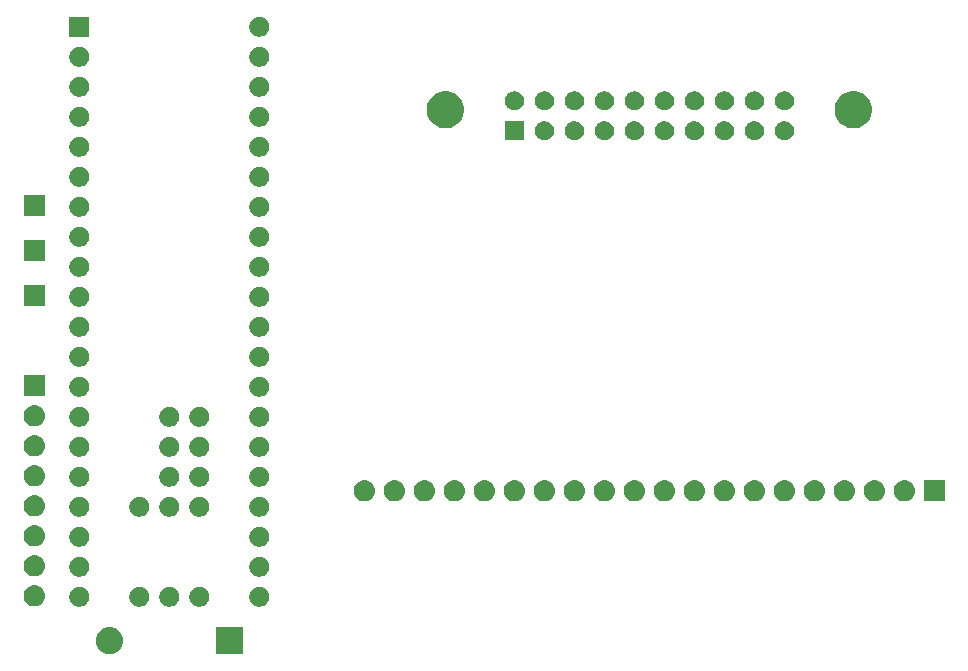
<source format=gbr>
G04 #@! TF.GenerationSoftware,KiCad,Pcbnew,(5.0.1-3-g963ef8bb5)*
G04 #@! TF.CreationDate,2020-01-16T13:34:53+00:00*
G04 #@! TF.ProjectId,SystemKeyboard,53797374656D4B6579626F6172642E6B,rev?*
G04 #@! TF.SameCoordinates,Original*
G04 #@! TF.FileFunction,Soldermask,Bot*
G04 #@! TF.FilePolarity,Negative*
%FSLAX46Y46*%
G04 Gerber Fmt 4.6, Leading zero omitted, Abs format (unit mm)*
G04 Created by KiCad (PCBNEW (5.0.1-3-g963ef8bb5)) date Thursday, 16 January 2020 at 13:34:53*
%MOMM*%
%LPD*%
G01*
G04 APERTURE LIST*
%ADD10C,0.100000*%
G04 APERTURE END LIST*
D10*
G36*
X107831000Y-110371000D02*
X105529000Y-110371000D01*
X105529000Y-108069000D01*
X107831000Y-108069000D01*
X107831000Y-110371000D01*
X107831000Y-110371000D01*
G37*
G36*
X96644180Y-108075662D02*
X96745635Y-108085654D01*
X96962600Y-108151470D01*
X96962602Y-108151471D01*
X96962605Y-108151472D01*
X97162556Y-108258347D01*
X97337818Y-108402182D01*
X97481653Y-108577444D01*
X97588528Y-108777395D01*
X97588529Y-108777398D01*
X97588530Y-108777400D01*
X97654346Y-108994365D01*
X97676569Y-109220000D01*
X97654346Y-109445635D01*
X97588530Y-109662600D01*
X97588528Y-109662605D01*
X97481653Y-109862556D01*
X97337818Y-110037818D01*
X97162556Y-110181653D01*
X96962605Y-110288528D01*
X96962602Y-110288529D01*
X96962600Y-110288530D01*
X96745635Y-110354346D01*
X96644180Y-110364338D01*
X96576545Y-110371000D01*
X96463455Y-110371000D01*
X96395820Y-110364338D01*
X96294365Y-110354346D01*
X96077400Y-110288530D01*
X96077398Y-110288529D01*
X96077395Y-110288528D01*
X95877444Y-110181653D01*
X95702182Y-110037818D01*
X95558347Y-109862556D01*
X95451472Y-109662605D01*
X95451470Y-109662600D01*
X95385654Y-109445635D01*
X95363431Y-109220000D01*
X95385654Y-108994365D01*
X95451470Y-108777400D01*
X95451471Y-108777398D01*
X95451472Y-108777395D01*
X95558347Y-108577444D01*
X95702182Y-108402182D01*
X95877444Y-108258347D01*
X96077395Y-108151472D01*
X96077398Y-108151471D01*
X96077400Y-108151470D01*
X96294365Y-108085654D01*
X96395820Y-108075662D01*
X96463455Y-108069000D01*
X96576545Y-108069000D01*
X96644180Y-108075662D01*
X96644180Y-108075662D01*
G37*
G36*
X109468228Y-104666704D02*
X109623100Y-104730854D01*
X109762481Y-104823986D01*
X109881015Y-104942520D01*
X109974147Y-105081901D01*
X110038297Y-105236773D01*
X110071000Y-105401185D01*
X110071000Y-105568817D01*
X110038297Y-105733229D01*
X109974147Y-105888101D01*
X109881015Y-106027482D01*
X109762481Y-106146016D01*
X109623100Y-106239148D01*
X109468228Y-106303298D01*
X109303816Y-106336001D01*
X109136184Y-106336001D01*
X108971772Y-106303298D01*
X108816900Y-106239148D01*
X108677519Y-106146016D01*
X108558985Y-106027482D01*
X108465853Y-105888101D01*
X108401703Y-105733229D01*
X108369000Y-105568817D01*
X108369000Y-105401185D01*
X108401703Y-105236773D01*
X108465853Y-105081901D01*
X108558985Y-104942520D01*
X108677519Y-104823986D01*
X108816900Y-104730854D01*
X108971772Y-104666704D01*
X109136184Y-104634001D01*
X109303816Y-104634001D01*
X109468228Y-104666704D01*
X109468228Y-104666704D01*
G37*
G36*
X104388228Y-104666704D02*
X104543100Y-104730854D01*
X104682481Y-104823986D01*
X104801015Y-104942520D01*
X104894147Y-105081901D01*
X104958297Y-105236773D01*
X104991000Y-105401185D01*
X104991000Y-105568817D01*
X104958297Y-105733229D01*
X104894147Y-105888101D01*
X104801015Y-106027482D01*
X104682481Y-106146016D01*
X104543100Y-106239148D01*
X104388228Y-106303298D01*
X104223816Y-106336001D01*
X104056184Y-106336001D01*
X103891772Y-106303298D01*
X103736900Y-106239148D01*
X103597519Y-106146016D01*
X103478985Y-106027482D01*
X103385853Y-105888101D01*
X103321703Y-105733229D01*
X103289000Y-105568817D01*
X103289000Y-105401185D01*
X103321703Y-105236773D01*
X103385853Y-105081901D01*
X103478985Y-104942520D01*
X103597519Y-104823986D01*
X103736900Y-104730854D01*
X103891772Y-104666704D01*
X104056184Y-104634001D01*
X104223816Y-104634001D01*
X104388228Y-104666704D01*
X104388228Y-104666704D01*
G37*
G36*
X101848228Y-104666704D02*
X102003100Y-104730854D01*
X102142481Y-104823986D01*
X102261015Y-104942520D01*
X102354147Y-105081901D01*
X102418297Y-105236773D01*
X102451000Y-105401185D01*
X102451000Y-105568817D01*
X102418297Y-105733229D01*
X102354147Y-105888101D01*
X102261015Y-106027482D01*
X102142481Y-106146016D01*
X102003100Y-106239148D01*
X101848228Y-106303298D01*
X101683816Y-106336001D01*
X101516184Y-106336001D01*
X101351772Y-106303298D01*
X101196900Y-106239148D01*
X101057519Y-106146016D01*
X100938985Y-106027482D01*
X100845853Y-105888101D01*
X100781703Y-105733229D01*
X100749000Y-105568817D01*
X100749000Y-105401185D01*
X100781703Y-105236773D01*
X100845853Y-105081901D01*
X100938985Y-104942520D01*
X101057519Y-104823986D01*
X101196900Y-104730854D01*
X101351772Y-104666704D01*
X101516184Y-104634001D01*
X101683816Y-104634001D01*
X101848228Y-104666704D01*
X101848228Y-104666704D01*
G37*
G36*
X99308228Y-104666704D02*
X99463100Y-104730854D01*
X99602481Y-104823986D01*
X99721015Y-104942520D01*
X99814147Y-105081901D01*
X99878297Y-105236773D01*
X99911000Y-105401185D01*
X99911000Y-105568817D01*
X99878297Y-105733229D01*
X99814147Y-105888101D01*
X99721015Y-106027482D01*
X99602481Y-106146016D01*
X99463100Y-106239148D01*
X99308228Y-106303298D01*
X99143816Y-106336001D01*
X98976184Y-106336001D01*
X98811772Y-106303298D01*
X98656900Y-106239148D01*
X98517519Y-106146016D01*
X98398985Y-106027482D01*
X98305853Y-105888101D01*
X98241703Y-105733229D01*
X98209000Y-105568817D01*
X98209000Y-105401185D01*
X98241703Y-105236773D01*
X98305853Y-105081901D01*
X98398985Y-104942520D01*
X98517519Y-104823986D01*
X98656900Y-104730854D01*
X98811772Y-104666704D01*
X98976184Y-104634001D01*
X99143816Y-104634001D01*
X99308228Y-104666704D01*
X99308228Y-104666704D01*
G37*
G36*
X94228228Y-104666704D02*
X94383100Y-104730854D01*
X94522481Y-104823986D01*
X94641015Y-104942520D01*
X94734147Y-105081901D01*
X94798297Y-105236773D01*
X94831000Y-105401185D01*
X94831000Y-105568817D01*
X94798297Y-105733229D01*
X94734147Y-105888101D01*
X94641015Y-106027482D01*
X94522481Y-106146016D01*
X94383100Y-106239148D01*
X94228228Y-106303298D01*
X94063816Y-106336001D01*
X93896184Y-106336001D01*
X93731772Y-106303298D01*
X93576900Y-106239148D01*
X93437519Y-106146016D01*
X93318985Y-106027482D01*
X93225853Y-105888101D01*
X93161703Y-105733229D01*
X93129000Y-105568817D01*
X93129000Y-105401185D01*
X93161703Y-105236773D01*
X93225853Y-105081901D01*
X93318985Y-104942520D01*
X93437519Y-104823986D01*
X93576900Y-104730854D01*
X93731772Y-104666704D01*
X93896184Y-104634001D01*
X94063816Y-104634001D01*
X94228228Y-104666704D01*
X94228228Y-104666704D01*
G37*
G36*
X90280443Y-104515519D02*
X90346627Y-104522037D01*
X90459853Y-104556384D01*
X90516467Y-104573557D01*
X90629548Y-104634001D01*
X90672991Y-104657222D01*
X90708729Y-104686552D01*
X90810186Y-104769814D01*
X90893448Y-104871271D01*
X90922778Y-104907009D01*
X90922779Y-104907011D01*
X91006443Y-105063533D01*
X91006443Y-105063534D01*
X91057963Y-105233373D01*
X91075359Y-105410000D01*
X91057963Y-105586627D01*
X91023616Y-105699853D01*
X91006443Y-105756467D01*
X90936082Y-105888101D01*
X90922778Y-105912991D01*
X90893448Y-105948729D01*
X90810186Y-106050186D01*
X90708729Y-106133448D01*
X90672991Y-106162778D01*
X90672989Y-106162779D01*
X90516467Y-106246443D01*
X90459853Y-106263616D01*
X90346627Y-106297963D01*
X90292469Y-106303297D01*
X90214260Y-106311000D01*
X90125740Y-106311000D01*
X90047531Y-106303297D01*
X89993373Y-106297963D01*
X89880147Y-106263616D01*
X89823533Y-106246443D01*
X89667011Y-106162779D01*
X89667009Y-106162778D01*
X89631271Y-106133448D01*
X89529814Y-106050186D01*
X89446552Y-105948729D01*
X89417222Y-105912991D01*
X89403918Y-105888101D01*
X89333557Y-105756467D01*
X89316384Y-105699853D01*
X89282037Y-105586627D01*
X89264641Y-105410000D01*
X89282037Y-105233373D01*
X89333557Y-105063534D01*
X89333557Y-105063533D01*
X89417221Y-104907011D01*
X89417222Y-104907009D01*
X89446552Y-104871271D01*
X89529814Y-104769814D01*
X89631271Y-104686552D01*
X89667009Y-104657222D01*
X89710452Y-104634001D01*
X89823533Y-104573557D01*
X89880147Y-104556384D01*
X89993373Y-104522037D01*
X90059557Y-104515519D01*
X90125740Y-104509000D01*
X90214260Y-104509000D01*
X90280443Y-104515519D01*
X90280443Y-104515519D01*
G37*
G36*
X109468228Y-102126704D02*
X109623100Y-102190854D01*
X109762481Y-102283986D01*
X109881015Y-102402520D01*
X109974147Y-102541901D01*
X110038297Y-102696773D01*
X110071000Y-102861185D01*
X110071000Y-103028817D01*
X110038297Y-103193229D01*
X109974147Y-103348101D01*
X109881015Y-103487482D01*
X109762481Y-103606016D01*
X109623100Y-103699148D01*
X109468228Y-103763298D01*
X109303816Y-103796001D01*
X109136184Y-103796001D01*
X108971772Y-103763298D01*
X108816900Y-103699148D01*
X108677519Y-103606016D01*
X108558985Y-103487482D01*
X108465853Y-103348101D01*
X108401703Y-103193229D01*
X108369000Y-103028817D01*
X108369000Y-102861185D01*
X108401703Y-102696773D01*
X108465853Y-102541901D01*
X108558985Y-102402520D01*
X108677519Y-102283986D01*
X108816900Y-102190854D01*
X108971772Y-102126704D01*
X109136184Y-102094001D01*
X109303816Y-102094001D01*
X109468228Y-102126704D01*
X109468228Y-102126704D01*
G37*
G36*
X94228228Y-102126704D02*
X94383100Y-102190854D01*
X94522481Y-102283986D01*
X94641015Y-102402520D01*
X94734147Y-102541901D01*
X94798297Y-102696773D01*
X94831000Y-102861185D01*
X94831000Y-103028817D01*
X94798297Y-103193229D01*
X94734147Y-103348101D01*
X94641015Y-103487482D01*
X94522481Y-103606016D01*
X94383100Y-103699148D01*
X94228228Y-103763298D01*
X94063816Y-103796001D01*
X93896184Y-103796001D01*
X93731772Y-103763298D01*
X93576900Y-103699148D01*
X93437519Y-103606016D01*
X93318985Y-103487482D01*
X93225853Y-103348101D01*
X93161703Y-103193229D01*
X93129000Y-103028817D01*
X93129000Y-102861185D01*
X93161703Y-102696773D01*
X93225853Y-102541901D01*
X93318985Y-102402520D01*
X93437519Y-102283986D01*
X93576900Y-102190854D01*
X93731772Y-102126704D01*
X93896184Y-102094001D01*
X94063816Y-102094001D01*
X94228228Y-102126704D01*
X94228228Y-102126704D01*
G37*
G36*
X90280442Y-101975518D02*
X90346627Y-101982037D01*
X90459853Y-102016384D01*
X90516467Y-102033557D01*
X90629548Y-102094001D01*
X90672991Y-102117222D01*
X90708729Y-102146552D01*
X90810186Y-102229814D01*
X90893448Y-102331271D01*
X90922778Y-102367009D01*
X90922779Y-102367011D01*
X91006443Y-102523533D01*
X91006443Y-102523534D01*
X91057963Y-102693373D01*
X91075359Y-102870000D01*
X91057963Y-103046627D01*
X91023616Y-103159853D01*
X91006443Y-103216467D01*
X90936082Y-103348101D01*
X90922778Y-103372991D01*
X90893448Y-103408729D01*
X90810186Y-103510186D01*
X90708729Y-103593448D01*
X90672991Y-103622778D01*
X90672989Y-103622779D01*
X90516467Y-103706443D01*
X90459853Y-103723616D01*
X90346627Y-103757963D01*
X90292469Y-103763297D01*
X90214260Y-103771000D01*
X90125740Y-103771000D01*
X90047531Y-103763297D01*
X89993373Y-103757963D01*
X89880147Y-103723616D01*
X89823533Y-103706443D01*
X89667011Y-103622779D01*
X89667009Y-103622778D01*
X89631271Y-103593448D01*
X89529814Y-103510186D01*
X89446552Y-103408729D01*
X89417222Y-103372991D01*
X89403918Y-103348101D01*
X89333557Y-103216467D01*
X89316384Y-103159853D01*
X89282037Y-103046627D01*
X89264641Y-102870000D01*
X89282037Y-102693373D01*
X89333557Y-102523534D01*
X89333557Y-102523533D01*
X89417221Y-102367011D01*
X89417222Y-102367009D01*
X89446552Y-102331271D01*
X89529814Y-102229814D01*
X89631271Y-102146552D01*
X89667009Y-102117222D01*
X89710452Y-102094001D01*
X89823533Y-102033557D01*
X89880147Y-102016384D01*
X89993373Y-101982037D01*
X90059558Y-101975518D01*
X90125740Y-101969000D01*
X90214260Y-101969000D01*
X90280442Y-101975518D01*
X90280442Y-101975518D01*
G37*
G36*
X94228228Y-99586704D02*
X94383100Y-99650854D01*
X94522481Y-99743986D01*
X94641015Y-99862520D01*
X94734147Y-100001901D01*
X94798297Y-100156773D01*
X94831000Y-100321185D01*
X94831000Y-100488817D01*
X94798297Y-100653229D01*
X94734147Y-100808101D01*
X94641015Y-100947482D01*
X94522481Y-101066016D01*
X94383100Y-101159148D01*
X94228228Y-101223298D01*
X94063816Y-101256001D01*
X93896184Y-101256001D01*
X93731772Y-101223298D01*
X93576900Y-101159148D01*
X93437519Y-101066016D01*
X93318985Y-100947482D01*
X93225853Y-100808101D01*
X93161703Y-100653229D01*
X93129000Y-100488817D01*
X93129000Y-100321185D01*
X93161703Y-100156773D01*
X93225853Y-100001901D01*
X93318985Y-99862520D01*
X93437519Y-99743986D01*
X93576900Y-99650854D01*
X93731772Y-99586704D01*
X93896184Y-99554001D01*
X94063816Y-99554001D01*
X94228228Y-99586704D01*
X94228228Y-99586704D01*
G37*
G36*
X109468228Y-99586704D02*
X109623100Y-99650854D01*
X109762481Y-99743986D01*
X109881015Y-99862520D01*
X109974147Y-100001901D01*
X110038297Y-100156773D01*
X110071000Y-100321185D01*
X110071000Y-100488817D01*
X110038297Y-100653229D01*
X109974147Y-100808101D01*
X109881015Y-100947482D01*
X109762481Y-101066016D01*
X109623100Y-101159148D01*
X109468228Y-101223298D01*
X109303816Y-101256001D01*
X109136184Y-101256001D01*
X108971772Y-101223298D01*
X108816900Y-101159148D01*
X108677519Y-101066016D01*
X108558985Y-100947482D01*
X108465853Y-100808101D01*
X108401703Y-100653229D01*
X108369000Y-100488817D01*
X108369000Y-100321185D01*
X108401703Y-100156773D01*
X108465853Y-100001901D01*
X108558985Y-99862520D01*
X108677519Y-99743986D01*
X108816900Y-99650854D01*
X108971772Y-99586704D01*
X109136184Y-99554001D01*
X109303816Y-99554001D01*
X109468228Y-99586704D01*
X109468228Y-99586704D01*
G37*
G36*
X90280443Y-99435519D02*
X90346627Y-99442037D01*
X90459853Y-99476384D01*
X90516467Y-99493557D01*
X90629548Y-99554001D01*
X90672991Y-99577222D01*
X90708729Y-99606552D01*
X90810186Y-99689814D01*
X90893448Y-99791271D01*
X90922778Y-99827009D01*
X90922779Y-99827011D01*
X91006443Y-99983533D01*
X91006443Y-99983534D01*
X91057963Y-100153373D01*
X91075359Y-100330000D01*
X91057963Y-100506627D01*
X91023616Y-100619853D01*
X91006443Y-100676467D01*
X90936082Y-100808101D01*
X90922778Y-100832991D01*
X90893448Y-100868729D01*
X90810186Y-100970186D01*
X90708729Y-101053448D01*
X90672991Y-101082778D01*
X90672989Y-101082779D01*
X90516467Y-101166443D01*
X90459853Y-101183616D01*
X90346627Y-101217963D01*
X90292469Y-101223297D01*
X90214260Y-101231000D01*
X90125740Y-101231000D01*
X90047531Y-101223297D01*
X89993373Y-101217963D01*
X89880147Y-101183616D01*
X89823533Y-101166443D01*
X89667011Y-101082779D01*
X89667009Y-101082778D01*
X89631271Y-101053448D01*
X89529814Y-100970186D01*
X89446552Y-100868729D01*
X89417222Y-100832991D01*
X89403918Y-100808101D01*
X89333557Y-100676467D01*
X89316384Y-100619853D01*
X89282037Y-100506627D01*
X89264641Y-100330000D01*
X89282037Y-100153373D01*
X89333557Y-99983534D01*
X89333557Y-99983533D01*
X89417221Y-99827011D01*
X89417222Y-99827009D01*
X89446552Y-99791271D01*
X89529814Y-99689814D01*
X89631271Y-99606552D01*
X89667009Y-99577222D01*
X89710452Y-99554001D01*
X89823533Y-99493557D01*
X89880147Y-99476384D01*
X89993373Y-99442037D01*
X90059558Y-99435518D01*
X90125740Y-99429000D01*
X90214260Y-99429000D01*
X90280443Y-99435519D01*
X90280443Y-99435519D01*
G37*
G36*
X99308228Y-97046704D02*
X99463100Y-97110854D01*
X99602481Y-97203986D01*
X99721015Y-97322520D01*
X99814147Y-97461901D01*
X99878297Y-97616773D01*
X99911000Y-97781185D01*
X99911000Y-97948817D01*
X99878297Y-98113229D01*
X99814147Y-98268101D01*
X99721015Y-98407482D01*
X99602481Y-98526016D01*
X99463100Y-98619148D01*
X99308228Y-98683298D01*
X99143816Y-98716001D01*
X98976184Y-98716001D01*
X98811772Y-98683298D01*
X98656900Y-98619148D01*
X98517519Y-98526016D01*
X98398985Y-98407482D01*
X98305853Y-98268101D01*
X98241703Y-98113229D01*
X98209000Y-97948817D01*
X98209000Y-97781185D01*
X98241703Y-97616773D01*
X98305853Y-97461901D01*
X98398985Y-97322520D01*
X98517519Y-97203986D01*
X98656900Y-97110854D01*
X98811772Y-97046704D01*
X98976184Y-97014001D01*
X99143816Y-97014001D01*
X99308228Y-97046704D01*
X99308228Y-97046704D01*
G37*
G36*
X109468228Y-97046704D02*
X109623100Y-97110854D01*
X109762481Y-97203986D01*
X109881015Y-97322520D01*
X109974147Y-97461901D01*
X110038297Y-97616773D01*
X110071000Y-97781185D01*
X110071000Y-97948817D01*
X110038297Y-98113229D01*
X109974147Y-98268101D01*
X109881015Y-98407482D01*
X109762481Y-98526016D01*
X109623100Y-98619148D01*
X109468228Y-98683298D01*
X109303816Y-98716001D01*
X109136184Y-98716001D01*
X108971772Y-98683298D01*
X108816900Y-98619148D01*
X108677519Y-98526016D01*
X108558985Y-98407482D01*
X108465853Y-98268101D01*
X108401703Y-98113229D01*
X108369000Y-97948817D01*
X108369000Y-97781185D01*
X108401703Y-97616773D01*
X108465853Y-97461901D01*
X108558985Y-97322520D01*
X108677519Y-97203986D01*
X108816900Y-97110854D01*
X108971772Y-97046704D01*
X109136184Y-97014001D01*
X109303816Y-97014001D01*
X109468228Y-97046704D01*
X109468228Y-97046704D01*
G37*
G36*
X101848228Y-97046704D02*
X102003100Y-97110854D01*
X102142481Y-97203986D01*
X102261015Y-97322520D01*
X102354147Y-97461901D01*
X102418297Y-97616773D01*
X102451000Y-97781185D01*
X102451000Y-97948817D01*
X102418297Y-98113229D01*
X102354147Y-98268101D01*
X102261015Y-98407482D01*
X102142481Y-98526016D01*
X102003100Y-98619148D01*
X101848228Y-98683298D01*
X101683816Y-98716001D01*
X101516184Y-98716001D01*
X101351772Y-98683298D01*
X101196900Y-98619148D01*
X101057519Y-98526016D01*
X100938985Y-98407482D01*
X100845853Y-98268101D01*
X100781703Y-98113229D01*
X100749000Y-97948817D01*
X100749000Y-97781185D01*
X100781703Y-97616773D01*
X100845853Y-97461901D01*
X100938985Y-97322520D01*
X101057519Y-97203986D01*
X101196900Y-97110854D01*
X101351772Y-97046704D01*
X101516184Y-97014001D01*
X101683816Y-97014001D01*
X101848228Y-97046704D01*
X101848228Y-97046704D01*
G37*
G36*
X104388228Y-97046704D02*
X104543100Y-97110854D01*
X104682481Y-97203986D01*
X104801015Y-97322520D01*
X104894147Y-97461901D01*
X104958297Y-97616773D01*
X104991000Y-97781185D01*
X104991000Y-97948817D01*
X104958297Y-98113229D01*
X104894147Y-98268101D01*
X104801015Y-98407482D01*
X104682481Y-98526016D01*
X104543100Y-98619148D01*
X104388228Y-98683298D01*
X104223816Y-98716001D01*
X104056184Y-98716001D01*
X103891772Y-98683298D01*
X103736900Y-98619148D01*
X103597519Y-98526016D01*
X103478985Y-98407482D01*
X103385853Y-98268101D01*
X103321703Y-98113229D01*
X103289000Y-97948817D01*
X103289000Y-97781185D01*
X103321703Y-97616773D01*
X103385853Y-97461901D01*
X103478985Y-97322520D01*
X103597519Y-97203986D01*
X103736900Y-97110854D01*
X103891772Y-97046704D01*
X104056184Y-97014001D01*
X104223816Y-97014001D01*
X104388228Y-97046704D01*
X104388228Y-97046704D01*
G37*
G36*
X94228228Y-97046704D02*
X94383100Y-97110854D01*
X94522481Y-97203986D01*
X94641015Y-97322520D01*
X94734147Y-97461901D01*
X94798297Y-97616773D01*
X94831000Y-97781185D01*
X94831000Y-97948817D01*
X94798297Y-98113229D01*
X94734147Y-98268101D01*
X94641015Y-98407482D01*
X94522481Y-98526016D01*
X94383100Y-98619148D01*
X94228228Y-98683298D01*
X94063816Y-98716001D01*
X93896184Y-98716001D01*
X93731772Y-98683298D01*
X93576900Y-98619148D01*
X93437519Y-98526016D01*
X93318985Y-98407482D01*
X93225853Y-98268101D01*
X93161703Y-98113229D01*
X93129000Y-97948817D01*
X93129000Y-97781185D01*
X93161703Y-97616773D01*
X93225853Y-97461901D01*
X93318985Y-97322520D01*
X93437519Y-97203986D01*
X93576900Y-97110854D01*
X93731772Y-97046704D01*
X93896184Y-97014001D01*
X94063816Y-97014001D01*
X94228228Y-97046704D01*
X94228228Y-97046704D01*
G37*
G36*
X90280442Y-96895518D02*
X90346627Y-96902037D01*
X90459853Y-96936384D01*
X90516467Y-96953557D01*
X90629548Y-97014001D01*
X90672991Y-97037222D01*
X90708729Y-97066552D01*
X90810186Y-97149814D01*
X90893448Y-97251271D01*
X90922778Y-97287009D01*
X90922779Y-97287011D01*
X91006443Y-97443533D01*
X91006443Y-97443534D01*
X91057963Y-97613373D01*
X91075359Y-97790000D01*
X91057963Y-97966627D01*
X91023616Y-98079853D01*
X91006443Y-98136467D01*
X90936082Y-98268101D01*
X90922778Y-98292991D01*
X90893448Y-98328729D01*
X90810186Y-98430186D01*
X90708729Y-98513448D01*
X90672991Y-98542778D01*
X90672989Y-98542779D01*
X90516467Y-98626443D01*
X90459853Y-98643616D01*
X90346627Y-98677963D01*
X90292469Y-98683297D01*
X90214260Y-98691000D01*
X90125740Y-98691000D01*
X90047531Y-98683297D01*
X89993373Y-98677963D01*
X89880147Y-98643616D01*
X89823533Y-98626443D01*
X89667011Y-98542779D01*
X89667009Y-98542778D01*
X89631271Y-98513448D01*
X89529814Y-98430186D01*
X89446552Y-98328729D01*
X89417222Y-98292991D01*
X89403918Y-98268101D01*
X89333557Y-98136467D01*
X89316384Y-98079853D01*
X89282037Y-97966627D01*
X89264641Y-97790000D01*
X89282037Y-97613373D01*
X89333557Y-97443534D01*
X89333557Y-97443533D01*
X89417221Y-97287011D01*
X89417222Y-97287009D01*
X89446552Y-97251271D01*
X89529814Y-97149814D01*
X89631271Y-97066552D01*
X89667009Y-97037222D01*
X89710452Y-97014001D01*
X89823533Y-96953557D01*
X89880147Y-96936384D01*
X89993373Y-96902037D01*
X90059558Y-96895518D01*
X90125740Y-96889000D01*
X90214260Y-96889000D01*
X90280442Y-96895518D01*
X90280442Y-96895518D01*
G37*
G36*
X143620442Y-95625518D02*
X143686627Y-95632037D01*
X143799853Y-95666384D01*
X143856467Y-95683557D01*
X143986363Y-95752989D01*
X144012991Y-95767222D01*
X144048729Y-95796552D01*
X144150186Y-95879814D01*
X144233448Y-95981271D01*
X144262778Y-96017009D01*
X144262779Y-96017011D01*
X144346443Y-96173533D01*
X144363616Y-96230147D01*
X144397963Y-96343373D01*
X144415359Y-96520000D01*
X144397963Y-96696627D01*
X144363616Y-96809853D01*
X144346443Y-96866467D01*
X144327430Y-96902037D01*
X144262778Y-97022991D01*
X144243317Y-97046704D01*
X144150186Y-97160186D01*
X144048729Y-97243448D01*
X144012991Y-97272778D01*
X144012989Y-97272779D01*
X143856467Y-97356443D01*
X143799853Y-97373616D01*
X143686627Y-97407963D01*
X143620442Y-97414482D01*
X143554260Y-97421000D01*
X143465740Y-97421000D01*
X143399558Y-97414482D01*
X143333373Y-97407963D01*
X143220147Y-97373616D01*
X143163533Y-97356443D01*
X143007011Y-97272779D01*
X143007009Y-97272778D01*
X142971271Y-97243448D01*
X142869814Y-97160186D01*
X142776683Y-97046704D01*
X142757222Y-97022991D01*
X142692570Y-96902037D01*
X142673557Y-96866467D01*
X142656384Y-96809853D01*
X142622037Y-96696627D01*
X142604641Y-96520000D01*
X142622037Y-96343373D01*
X142656384Y-96230147D01*
X142673557Y-96173533D01*
X142757221Y-96017011D01*
X142757222Y-96017009D01*
X142786552Y-95981271D01*
X142869814Y-95879814D01*
X142971271Y-95796552D01*
X143007009Y-95767222D01*
X143033637Y-95752989D01*
X143163533Y-95683557D01*
X143220147Y-95666384D01*
X143333373Y-95632037D01*
X143399558Y-95625518D01*
X143465740Y-95619000D01*
X143554260Y-95619000D01*
X143620442Y-95625518D01*
X143620442Y-95625518D01*
G37*
G36*
X153780442Y-95625518D02*
X153846627Y-95632037D01*
X153959853Y-95666384D01*
X154016467Y-95683557D01*
X154146363Y-95752989D01*
X154172991Y-95767222D01*
X154208729Y-95796552D01*
X154310186Y-95879814D01*
X154393448Y-95981271D01*
X154422778Y-96017009D01*
X154422779Y-96017011D01*
X154506443Y-96173533D01*
X154523616Y-96230147D01*
X154557963Y-96343373D01*
X154575359Y-96520000D01*
X154557963Y-96696627D01*
X154523616Y-96809853D01*
X154506443Y-96866467D01*
X154487430Y-96902037D01*
X154422778Y-97022991D01*
X154403317Y-97046704D01*
X154310186Y-97160186D01*
X154208729Y-97243448D01*
X154172991Y-97272778D01*
X154172989Y-97272779D01*
X154016467Y-97356443D01*
X153959853Y-97373616D01*
X153846627Y-97407963D01*
X153780442Y-97414482D01*
X153714260Y-97421000D01*
X153625740Y-97421000D01*
X153559558Y-97414482D01*
X153493373Y-97407963D01*
X153380147Y-97373616D01*
X153323533Y-97356443D01*
X153167011Y-97272779D01*
X153167009Y-97272778D01*
X153131271Y-97243448D01*
X153029814Y-97160186D01*
X152936683Y-97046704D01*
X152917222Y-97022991D01*
X152852570Y-96902037D01*
X152833557Y-96866467D01*
X152816384Y-96809853D01*
X152782037Y-96696627D01*
X152764641Y-96520000D01*
X152782037Y-96343373D01*
X152816384Y-96230147D01*
X152833557Y-96173533D01*
X152917221Y-96017011D01*
X152917222Y-96017009D01*
X152946552Y-95981271D01*
X153029814Y-95879814D01*
X153131271Y-95796552D01*
X153167009Y-95767222D01*
X153193637Y-95752989D01*
X153323533Y-95683557D01*
X153380147Y-95666384D01*
X153493373Y-95632037D01*
X153559558Y-95625518D01*
X153625740Y-95619000D01*
X153714260Y-95619000D01*
X153780442Y-95625518D01*
X153780442Y-95625518D01*
G37*
G36*
X141080442Y-95625518D02*
X141146627Y-95632037D01*
X141259853Y-95666384D01*
X141316467Y-95683557D01*
X141446363Y-95752989D01*
X141472991Y-95767222D01*
X141508729Y-95796552D01*
X141610186Y-95879814D01*
X141693448Y-95981271D01*
X141722778Y-96017009D01*
X141722779Y-96017011D01*
X141806443Y-96173533D01*
X141823616Y-96230147D01*
X141857963Y-96343373D01*
X141875359Y-96520000D01*
X141857963Y-96696627D01*
X141823616Y-96809853D01*
X141806443Y-96866467D01*
X141787430Y-96902037D01*
X141722778Y-97022991D01*
X141703317Y-97046704D01*
X141610186Y-97160186D01*
X141508729Y-97243448D01*
X141472991Y-97272778D01*
X141472989Y-97272779D01*
X141316467Y-97356443D01*
X141259853Y-97373616D01*
X141146627Y-97407963D01*
X141080442Y-97414482D01*
X141014260Y-97421000D01*
X140925740Y-97421000D01*
X140859558Y-97414482D01*
X140793373Y-97407963D01*
X140680147Y-97373616D01*
X140623533Y-97356443D01*
X140467011Y-97272779D01*
X140467009Y-97272778D01*
X140431271Y-97243448D01*
X140329814Y-97160186D01*
X140236683Y-97046704D01*
X140217222Y-97022991D01*
X140152570Y-96902037D01*
X140133557Y-96866467D01*
X140116384Y-96809853D01*
X140082037Y-96696627D01*
X140064641Y-96520000D01*
X140082037Y-96343373D01*
X140116384Y-96230147D01*
X140133557Y-96173533D01*
X140217221Y-96017011D01*
X140217222Y-96017009D01*
X140246552Y-95981271D01*
X140329814Y-95879814D01*
X140431271Y-95796552D01*
X140467009Y-95767222D01*
X140493637Y-95752989D01*
X140623533Y-95683557D01*
X140680147Y-95666384D01*
X140793373Y-95632037D01*
X140859558Y-95625518D01*
X140925740Y-95619000D01*
X141014260Y-95619000D01*
X141080442Y-95625518D01*
X141080442Y-95625518D01*
G37*
G36*
X138540442Y-95625518D02*
X138606627Y-95632037D01*
X138719853Y-95666384D01*
X138776467Y-95683557D01*
X138906363Y-95752989D01*
X138932991Y-95767222D01*
X138968729Y-95796552D01*
X139070186Y-95879814D01*
X139153448Y-95981271D01*
X139182778Y-96017009D01*
X139182779Y-96017011D01*
X139266443Y-96173533D01*
X139283616Y-96230147D01*
X139317963Y-96343373D01*
X139335359Y-96520000D01*
X139317963Y-96696627D01*
X139283616Y-96809853D01*
X139266443Y-96866467D01*
X139247430Y-96902037D01*
X139182778Y-97022991D01*
X139163317Y-97046704D01*
X139070186Y-97160186D01*
X138968729Y-97243448D01*
X138932991Y-97272778D01*
X138932989Y-97272779D01*
X138776467Y-97356443D01*
X138719853Y-97373616D01*
X138606627Y-97407963D01*
X138540442Y-97414482D01*
X138474260Y-97421000D01*
X138385740Y-97421000D01*
X138319558Y-97414482D01*
X138253373Y-97407963D01*
X138140147Y-97373616D01*
X138083533Y-97356443D01*
X137927011Y-97272779D01*
X137927009Y-97272778D01*
X137891271Y-97243448D01*
X137789814Y-97160186D01*
X137696683Y-97046704D01*
X137677222Y-97022991D01*
X137612570Y-96902037D01*
X137593557Y-96866467D01*
X137576384Y-96809853D01*
X137542037Y-96696627D01*
X137524641Y-96520000D01*
X137542037Y-96343373D01*
X137576384Y-96230147D01*
X137593557Y-96173533D01*
X137677221Y-96017011D01*
X137677222Y-96017009D01*
X137706552Y-95981271D01*
X137789814Y-95879814D01*
X137891271Y-95796552D01*
X137927009Y-95767222D01*
X137953637Y-95752989D01*
X138083533Y-95683557D01*
X138140147Y-95666384D01*
X138253373Y-95632037D01*
X138319558Y-95625518D01*
X138385740Y-95619000D01*
X138474260Y-95619000D01*
X138540442Y-95625518D01*
X138540442Y-95625518D01*
G37*
G36*
X146160442Y-95625518D02*
X146226627Y-95632037D01*
X146339853Y-95666384D01*
X146396467Y-95683557D01*
X146526363Y-95752989D01*
X146552991Y-95767222D01*
X146588729Y-95796552D01*
X146690186Y-95879814D01*
X146773448Y-95981271D01*
X146802778Y-96017009D01*
X146802779Y-96017011D01*
X146886443Y-96173533D01*
X146903616Y-96230147D01*
X146937963Y-96343373D01*
X146955359Y-96520000D01*
X146937963Y-96696627D01*
X146903616Y-96809853D01*
X146886443Y-96866467D01*
X146867430Y-96902037D01*
X146802778Y-97022991D01*
X146783317Y-97046704D01*
X146690186Y-97160186D01*
X146588729Y-97243448D01*
X146552991Y-97272778D01*
X146552989Y-97272779D01*
X146396467Y-97356443D01*
X146339853Y-97373616D01*
X146226627Y-97407963D01*
X146160442Y-97414482D01*
X146094260Y-97421000D01*
X146005740Y-97421000D01*
X145939558Y-97414482D01*
X145873373Y-97407963D01*
X145760147Y-97373616D01*
X145703533Y-97356443D01*
X145547011Y-97272779D01*
X145547009Y-97272778D01*
X145511271Y-97243448D01*
X145409814Y-97160186D01*
X145316683Y-97046704D01*
X145297222Y-97022991D01*
X145232570Y-96902037D01*
X145213557Y-96866467D01*
X145196384Y-96809853D01*
X145162037Y-96696627D01*
X145144641Y-96520000D01*
X145162037Y-96343373D01*
X145196384Y-96230147D01*
X145213557Y-96173533D01*
X145297221Y-96017011D01*
X145297222Y-96017009D01*
X145326552Y-95981271D01*
X145409814Y-95879814D01*
X145511271Y-95796552D01*
X145547009Y-95767222D01*
X145573637Y-95752989D01*
X145703533Y-95683557D01*
X145760147Y-95666384D01*
X145873373Y-95632037D01*
X145939558Y-95625518D01*
X146005740Y-95619000D01*
X146094260Y-95619000D01*
X146160442Y-95625518D01*
X146160442Y-95625518D01*
G37*
G36*
X118220442Y-95625518D02*
X118286627Y-95632037D01*
X118399853Y-95666384D01*
X118456467Y-95683557D01*
X118586363Y-95752989D01*
X118612991Y-95767222D01*
X118648729Y-95796552D01*
X118750186Y-95879814D01*
X118833448Y-95981271D01*
X118862778Y-96017009D01*
X118862779Y-96017011D01*
X118946443Y-96173533D01*
X118963616Y-96230147D01*
X118997963Y-96343373D01*
X119015359Y-96520000D01*
X118997963Y-96696627D01*
X118963616Y-96809853D01*
X118946443Y-96866467D01*
X118927430Y-96902037D01*
X118862778Y-97022991D01*
X118843317Y-97046704D01*
X118750186Y-97160186D01*
X118648729Y-97243448D01*
X118612991Y-97272778D01*
X118612989Y-97272779D01*
X118456467Y-97356443D01*
X118399853Y-97373616D01*
X118286627Y-97407963D01*
X118220442Y-97414482D01*
X118154260Y-97421000D01*
X118065740Y-97421000D01*
X117999558Y-97414482D01*
X117933373Y-97407963D01*
X117820147Y-97373616D01*
X117763533Y-97356443D01*
X117607011Y-97272779D01*
X117607009Y-97272778D01*
X117571271Y-97243448D01*
X117469814Y-97160186D01*
X117376683Y-97046704D01*
X117357222Y-97022991D01*
X117292570Y-96902037D01*
X117273557Y-96866467D01*
X117256384Y-96809853D01*
X117222037Y-96696627D01*
X117204641Y-96520000D01*
X117222037Y-96343373D01*
X117256384Y-96230147D01*
X117273557Y-96173533D01*
X117357221Y-96017011D01*
X117357222Y-96017009D01*
X117386552Y-95981271D01*
X117469814Y-95879814D01*
X117571271Y-95796552D01*
X117607009Y-95767222D01*
X117633637Y-95752989D01*
X117763533Y-95683557D01*
X117820147Y-95666384D01*
X117933373Y-95632037D01*
X117999558Y-95625518D01*
X118065740Y-95619000D01*
X118154260Y-95619000D01*
X118220442Y-95625518D01*
X118220442Y-95625518D01*
G37*
G36*
X120760442Y-95625518D02*
X120826627Y-95632037D01*
X120939853Y-95666384D01*
X120996467Y-95683557D01*
X121126363Y-95752989D01*
X121152991Y-95767222D01*
X121188729Y-95796552D01*
X121290186Y-95879814D01*
X121373448Y-95981271D01*
X121402778Y-96017009D01*
X121402779Y-96017011D01*
X121486443Y-96173533D01*
X121503616Y-96230147D01*
X121537963Y-96343373D01*
X121555359Y-96520000D01*
X121537963Y-96696627D01*
X121503616Y-96809853D01*
X121486443Y-96866467D01*
X121467430Y-96902037D01*
X121402778Y-97022991D01*
X121383317Y-97046704D01*
X121290186Y-97160186D01*
X121188729Y-97243448D01*
X121152991Y-97272778D01*
X121152989Y-97272779D01*
X120996467Y-97356443D01*
X120939853Y-97373616D01*
X120826627Y-97407963D01*
X120760442Y-97414482D01*
X120694260Y-97421000D01*
X120605740Y-97421000D01*
X120539558Y-97414482D01*
X120473373Y-97407963D01*
X120360147Y-97373616D01*
X120303533Y-97356443D01*
X120147011Y-97272779D01*
X120147009Y-97272778D01*
X120111271Y-97243448D01*
X120009814Y-97160186D01*
X119916683Y-97046704D01*
X119897222Y-97022991D01*
X119832570Y-96902037D01*
X119813557Y-96866467D01*
X119796384Y-96809853D01*
X119762037Y-96696627D01*
X119744641Y-96520000D01*
X119762037Y-96343373D01*
X119796384Y-96230147D01*
X119813557Y-96173533D01*
X119897221Y-96017011D01*
X119897222Y-96017009D01*
X119926552Y-95981271D01*
X120009814Y-95879814D01*
X120111271Y-95796552D01*
X120147009Y-95767222D01*
X120173637Y-95752989D01*
X120303533Y-95683557D01*
X120360147Y-95666384D01*
X120473373Y-95632037D01*
X120539558Y-95625518D01*
X120605740Y-95619000D01*
X120694260Y-95619000D01*
X120760442Y-95625518D01*
X120760442Y-95625518D01*
G37*
G36*
X123300442Y-95625518D02*
X123366627Y-95632037D01*
X123479853Y-95666384D01*
X123536467Y-95683557D01*
X123666363Y-95752989D01*
X123692991Y-95767222D01*
X123728729Y-95796552D01*
X123830186Y-95879814D01*
X123913448Y-95981271D01*
X123942778Y-96017009D01*
X123942779Y-96017011D01*
X124026443Y-96173533D01*
X124043616Y-96230147D01*
X124077963Y-96343373D01*
X124095359Y-96520000D01*
X124077963Y-96696627D01*
X124043616Y-96809853D01*
X124026443Y-96866467D01*
X124007430Y-96902037D01*
X123942778Y-97022991D01*
X123923317Y-97046704D01*
X123830186Y-97160186D01*
X123728729Y-97243448D01*
X123692991Y-97272778D01*
X123692989Y-97272779D01*
X123536467Y-97356443D01*
X123479853Y-97373616D01*
X123366627Y-97407963D01*
X123300442Y-97414482D01*
X123234260Y-97421000D01*
X123145740Y-97421000D01*
X123079558Y-97414482D01*
X123013373Y-97407963D01*
X122900147Y-97373616D01*
X122843533Y-97356443D01*
X122687011Y-97272779D01*
X122687009Y-97272778D01*
X122651271Y-97243448D01*
X122549814Y-97160186D01*
X122456683Y-97046704D01*
X122437222Y-97022991D01*
X122372570Y-96902037D01*
X122353557Y-96866467D01*
X122336384Y-96809853D01*
X122302037Y-96696627D01*
X122284641Y-96520000D01*
X122302037Y-96343373D01*
X122336384Y-96230147D01*
X122353557Y-96173533D01*
X122437221Y-96017011D01*
X122437222Y-96017009D01*
X122466552Y-95981271D01*
X122549814Y-95879814D01*
X122651271Y-95796552D01*
X122687009Y-95767222D01*
X122713637Y-95752989D01*
X122843533Y-95683557D01*
X122900147Y-95666384D01*
X123013373Y-95632037D01*
X123079558Y-95625518D01*
X123145740Y-95619000D01*
X123234260Y-95619000D01*
X123300442Y-95625518D01*
X123300442Y-95625518D01*
G37*
G36*
X136000442Y-95625518D02*
X136066627Y-95632037D01*
X136179853Y-95666384D01*
X136236467Y-95683557D01*
X136366363Y-95752989D01*
X136392991Y-95767222D01*
X136428729Y-95796552D01*
X136530186Y-95879814D01*
X136613448Y-95981271D01*
X136642778Y-96017009D01*
X136642779Y-96017011D01*
X136726443Y-96173533D01*
X136743616Y-96230147D01*
X136777963Y-96343373D01*
X136795359Y-96520000D01*
X136777963Y-96696627D01*
X136743616Y-96809853D01*
X136726443Y-96866467D01*
X136707430Y-96902037D01*
X136642778Y-97022991D01*
X136623317Y-97046704D01*
X136530186Y-97160186D01*
X136428729Y-97243448D01*
X136392991Y-97272778D01*
X136392989Y-97272779D01*
X136236467Y-97356443D01*
X136179853Y-97373616D01*
X136066627Y-97407963D01*
X136000442Y-97414482D01*
X135934260Y-97421000D01*
X135845740Y-97421000D01*
X135779558Y-97414482D01*
X135713373Y-97407963D01*
X135600147Y-97373616D01*
X135543533Y-97356443D01*
X135387011Y-97272779D01*
X135387009Y-97272778D01*
X135351271Y-97243448D01*
X135249814Y-97160186D01*
X135156683Y-97046704D01*
X135137222Y-97022991D01*
X135072570Y-96902037D01*
X135053557Y-96866467D01*
X135036384Y-96809853D01*
X135002037Y-96696627D01*
X134984641Y-96520000D01*
X135002037Y-96343373D01*
X135036384Y-96230147D01*
X135053557Y-96173533D01*
X135137221Y-96017011D01*
X135137222Y-96017009D01*
X135166552Y-95981271D01*
X135249814Y-95879814D01*
X135351271Y-95796552D01*
X135387009Y-95767222D01*
X135413637Y-95752989D01*
X135543533Y-95683557D01*
X135600147Y-95666384D01*
X135713373Y-95632037D01*
X135779558Y-95625518D01*
X135845740Y-95619000D01*
X135934260Y-95619000D01*
X136000442Y-95625518D01*
X136000442Y-95625518D01*
G37*
G36*
X125840442Y-95625518D02*
X125906627Y-95632037D01*
X126019853Y-95666384D01*
X126076467Y-95683557D01*
X126206363Y-95752989D01*
X126232991Y-95767222D01*
X126268729Y-95796552D01*
X126370186Y-95879814D01*
X126453448Y-95981271D01*
X126482778Y-96017009D01*
X126482779Y-96017011D01*
X126566443Y-96173533D01*
X126583616Y-96230147D01*
X126617963Y-96343373D01*
X126635359Y-96520000D01*
X126617963Y-96696627D01*
X126583616Y-96809853D01*
X126566443Y-96866467D01*
X126547430Y-96902037D01*
X126482778Y-97022991D01*
X126463317Y-97046704D01*
X126370186Y-97160186D01*
X126268729Y-97243448D01*
X126232991Y-97272778D01*
X126232989Y-97272779D01*
X126076467Y-97356443D01*
X126019853Y-97373616D01*
X125906627Y-97407963D01*
X125840442Y-97414482D01*
X125774260Y-97421000D01*
X125685740Y-97421000D01*
X125619558Y-97414482D01*
X125553373Y-97407963D01*
X125440147Y-97373616D01*
X125383533Y-97356443D01*
X125227011Y-97272779D01*
X125227009Y-97272778D01*
X125191271Y-97243448D01*
X125089814Y-97160186D01*
X124996683Y-97046704D01*
X124977222Y-97022991D01*
X124912570Y-96902037D01*
X124893557Y-96866467D01*
X124876384Y-96809853D01*
X124842037Y-96696627D01*
X124824641Y-96520000D01*
X124842037Y-96343373D01*
X124876384Y-96230147D01*
X124893557Y-96173533D01*
X124977221Y-96017011D01*
X124977222Y-96017009D01*
X125006552Y-95981271D01*
X125089814Y-95879814D01*
X125191271Y-95796552D01*
X125227009Y-95767222D01*
X125253637Y-95752989D01*
X125383533Y-95683557D01*
X125440147Y-95666384D01*
X125553373Y-95632037D01*
X125619558Y-95625518D01*
X125685740Y-95619000D01*
X125774260Y-95619000D01*
X125840442Y-95625518D01*
X125840442Y-95625518D01*
G37*
G36*
X128380442Y-95625518D02*
X128446627Y-95632037D01*
X128559853Y-95666384D01*
X128616467Y-95683557D01*
X128746363Y-95752989D01*
X128772991Y-95767222D01*
X128808729Y-95796552D01*
X128910186Y-95879814D01*
X128993448Y-95981271D01*
X129022778Y-96017009D01*
X129022779Y-96017011D01*
X129106443Y-96173533D01*
X129123616Y-96230147D01*
X129157963Y-96343373D01*
X129175359Y-96520000D01*
X129157963Y-96696627D01*
X129123616Y-96809853D01*
X129106443Y-96866467D01*
X129087430Y-96902037D01*
X129022778Y-97022991D01*
X129003317Y-97046704D01*
X128910186Y-97160186D01*
X128808729Y-97243448D01*
X128772991Y-97272778D01*
X128772989Y-97272779D01*
X128616467Y-97356443D01*
X128559853Y-97373616D01*
X128446627Y-97407963D01*
X128380442Y-97414482D01*
X128314260Y-97421000D01*
X128225740Y-97421000D01*
X128159558Y-97414482D01*
X128093373Y-97407963D01*
X127980147Y-97373616D01*
X127923533Y-97356443D01*
X127767011Y-97272779D01*
X127767009Y-97272778D01*
X127731271Y-97243448D01*
X127629814Y-97160186D01*
X127536683Y-97046704D01*
X127517222Y-97022991D01*
X127452570Y-96902037D01*
X127433557Y-96866467D01*
X127416384Y-96809853D01*
X127382037Y-96696627D01*
X127364641Y-96520000D01*
X127382037Y-96343373D01*
X127416384Y-96230147D01*
X127433557Y-96173533D01*
X127517221Y-96017011D01*
X127517222Y-96017009D01*
X127546552Y-95981271D01*
X127629814Y-95879814D01*
X127731271Y-95796552D01*
X127767009Y-95767222D01*
X127793637Y-95752989D01*
X127923533Y-95683557D01*
X127980147Y-95666384D01*
X128093373Y-95632037D01*
X128159558Y-95625518D01*
X128225740Y-95619000D01*
X128314260Y-95619000D01*
X128380442Y-95625518D01*
X128380442Y-95625518D01*
G37*
G36*
X130920442Y-95625518D02*
X130986627Y-95632037D01*
X131099853Y-95666384D01*
X131156467Y-95683557D01*
X131286363Y-95752989D01*
X131312991Y-95767222D01*
X131348729Y-95796552D01*
X131450186Y-95879814D01*
X131533448Y-95981271D01*
X131562778Y-96017009D01*
X131562779Y-96017011D01*
X131646443Y-96173533D01*
X131663616Y-96230147D01*
X131697963Y-96343373D01*
X131715359Y-96520000D01*
X131697963Y-96696627D01*
X131663616Y-96809853D01*
X131646443Y-96866467D01*
X131627430Y-96902037D01*
X131562778Y-97022991D01*
X131543317Y-97046704D01*
X131450186Y-97160186D01*
X131348729Y-97243448D01*
X131312991Y-97272778D01*
X131312989Y-97272779D01*
X131156467Y-97356443D01*
X131099853Y-97373616D01*
X130986627Y-97407963D01*
X130920442Y-97414482D01*
X130854260Y-97421000D01*
X130765740Y-97421000D01*
X130699558Y-97414482D01*
X130633373Y-97407963D01*
X130520147Y-97373616D01*
X130463533Y-97356443D01*
X130307011Y-97272779D01*
X130307009Y-97272778D01*
X130271271Y-97243448D01*
X130169814Y-97160186D01*
X130076683Y-97046704D01*
X130057222Y-97022991D01*
X129992570Y-96902037D01*
X129973557Y-96866467D01*
X129956384Y-96809853D01*
X129922037Y-96696627D01*
X129904641Y-96520000D01*
X129922037Y-96343373D01*
X129956384Y-96230147D01*
X129973557Y-96173533D01*
X130057221Y-96017011D01*
X130057222Y-96017009D01*
X130086552Y-95981271D01*
X130169814Y-95879814D01*
X130271271Y-95796552D01*
X130307009Y-95767222D01*
X130333637Y-95752989D01*
X130463533Y-95683557D01*
X130520147Y-95666384D01*
X130633373Y-95632037D01*
X130699558Y-95625518D01*
X130765740Y-95619000D01*
X130854260Y-95619000D01*
X130920442Y-95625518D01*
X130920442Y-95625518D01*
G37*
G36*
X133460442Y-95625518D02*
X133526627Y-95632037D01*
X133639853Y-95666384D01*
X133696467Y-95683557D01*
X133826363Y-95752989D01*
X133852991Y-95767222D01*
X133888729Y-95796552D01*
X133990186Y-95879814D01*
X134073448Y-95981271D01*
X134102778Y-96017009D01*
X134102779Y-96017011D01*
X134186443Y-96173533D01*
X134203616Y-96230147D01*
X134237963Y-96343373D01*
X134255359Y-96520000D01*
X134237963Y-96696627D01*
X134203616Y-96809853D01*
X134186443Y-96866467D01*
X134167430Y-96902037D01*
X134102778Y-97022991D01*
X134083317Y-97046704D01*
X133990186Y-97160186D01*
X133888729Y-97243448D01*
X133852991Y-97272778D01*
X133852989Y-97272779D01*
X133696467Y-97356443D01*
X133639853Y-97373616D01*
X133526627Y-97407963D01*
X133460442Y-97414482D01*
X133394260Y-97421000D01*
X133305740Y-97421000D01*
X133239558Y-97414482D01*
X133173373Y-97407963D01*
X133060147Y-97373616D01*
X133003533Y-97356443D01*
X132847011Y-97272779D01*
X132847009Y-97272778D01*
X132811271Y-97243448D01*
X132709814Y-97160186D01*
X132616683Y-97046704D01*
X132597222Y-97022991D01*
X132532570Y-96902037D01*
X132513557Y-96866467D01*
X132496384Y-96809853D01*
X132462037Y-96696627D01*
X132444641Y-96520000D01*
X132462037Y-96343373D01*
X132496384Y-96230147D01*
X132513557Y-96173533D01*
X132597221Y-96017011D01*
X132597222Y-96017009D01*
X132626552Y-95981271D01*
X132709814Y-95879814D01*
X132811271Y-95796552D01*
X132847009Y-95767222D01*
X132873637Y-95752989D01*
X133003533Y-95683557D01*
X133060147Y-95666384D01*
X133173373Y-95632037D01*
X133239558Y-95625518D01*
X133305740Y-95619000D01*
X133394260Y-95619000D01*
X133460442Y-95625518D01*
X133460442Y-95625518D01*
G37*
G36*
X148700442Y-95625518D02*
X148766627Y-95632037D01*
X148879853Y-95666384D01*
X148936467Y-95683557D01*
X149066363Y-95752989D01*
X149092991Y-95767222D01*
X149128729Y-95796552D01*
X149230186Y-95879814D01*
X149313448Y-95981271D01*
X149342778Y-96017009D01*
X149342779Y-96017011D01*
X149426443Y-96173533D01*
X149443616Y-96230147D01*
X149477963Y-96343373D01*
X149495359Y-96520000D01*
X149477963Y-96696627D01*
X149443616Y-96809853D01*
X149426443Y-96866467D01*
X149407430Y-96902037D01*
X149342778Y-97022991D01*
X149323317Y-97046704D01*
X149230186Y-97160186D01*
X149128729Y-97243448D01*
X149092991Y-97272778D01*
X149092989Y-97272779D01*
X148936467Y-97356443D01*
X148879853Y-97373616D01*
X148766627Y-97407963D01*
X148700442Y-97414482D01*
X148634260Y-97421000D01*
X148545740Y-97421000D01*
X148479558Y-97414482D01*
X148413373Y-97407963D01*
X148300147Y-97373616D01*
X148243533Y-97356443D01*
X148087011Y-97272779D01*
X148087009Y-97272778D01*
X148051271Y-97243448D01*
X147949814Y-97160186D01*
X147856683Y-97046704D01*
X147837222Y-97022991D01*
X147772570Y-96902037D01*
X147753557Y-96866467D01*
X147736384Y-96809853D01*
X147702037Y-96696627D01*
X147684641Y-96520000D01*
X147702037Y-96343373D01*
X147736384Y-96230147D01*
X147753557Y-96173533D01*
X147837221Y-96017011D01*
X147837222Y-96017009D01*
X147866552Y-95981271D01*
X147949814Y-95879814D01*
X148051271Y-95796552D01*
X148087009Y-95767222D01*
X148113637Y-95752989D01*
X148243533Y-95683557D01*
X148300147Y-95666384D01*
X148413373Y-95632037D01*
X148479558Y-95625518D01*
X148545740Y-95619000D01*
X148634260Y-95619000D01*
X148700442Y-95625518D01*
X148700442Y-95625518D01*
G37*
G36*
X151240442Y-95625518D02*
X151306627Y-95632037D01*
X151419853Y-95666384D01*
X151476467Y-95683557D01*
X151606363Y-95752989D01*
X151632991Y-95767222D01*
X151668729Y-95796552D01*
X151770186Y-95879814D01*
X151853448Y-95981271D01*
X151882778Y-96017009D01*
X151882779Y-96017011D01*
X151966443Y-96173533D01*
X151983616Y-96230147D01*
X152017963Y-96343373D01*
X152035359Y-96520000D01*
X152017963Y-96696627D01*
X151983616Y-96809853D01*
X151966443Y-96866467D01*
X151947430Y-96902037D01*
X151882778Y-97022991D01*
X151863317Y-97046704D01*
X151770186Y-97160186D01*
X151668729Y-97243448D01*
X151632991Y-97272778D01*
X151632989Y-97272779D01*
X151476467Y-97356443D01*
X151419853Y-97373616D01*
X151306627Y-97407963D01*
X151240442Y-97414482D01*
X151174260Y-97421000D01*
X151085740Y-97421000D01*
X151019558Y-97414482D01*
X150953373Y-97407963D01*
X150840147Y-97373616D01*
X150783533Y-97356443D01*
X150627011Y-97272779D01*
X150627009Y-97272778D01*
X150591271Y-97243448D01*
X150489814Y-97160186D01*
X150396683Y-97046704D01*
X150377222Y-97022991D01*
X150312570Y-96902037D01*
X150293557Y-96866467D01*
X150276384Y-96809853D01*
X150242037Y-96696627D01*
X150224641Y-96520000D01*
X150242037Y-96343373D01*
X150276384Y-96230147D01*
X150293557Y-96173533D01*
X150377221Y-96017011D01*
X150377222Y-96017009D01*
X150406552Y-95981271D01*
X150489814Y-95879814D01*
X150591271Y-95796552D01*
X150627009Y-95767222D01*
X150653637Y-95752989D01*
X150783533Y-95683557D01*
X150840147Y-95666384D01*
X150953373Y-95632037D01*
X151019558Y-95625518D01*
X151085740Y-95619000D01*
X151174260Y-95619000D01*
X151240442Y-95625518D01*
X151240442Y-95625518D01*
G37*
G36*
X156320442Y-95625518D02*
X156386627Y-95632037D01*
X156499853Y-95666384D01*
X156556467Y-95683557D01*
X156686363Y-95752989D01*
X156712991Y-95767222D01*
X156748729Y-95796552D01*
X156850186Y-95879814D01*
X156933448Y-95981271D01*
X156962778Y-96017009D01*
X156962779Y-96017011D01*
X157046443Y-96173533D01*
X157063616Y-96230147D01*
X157097963Y-96343373D01*
X157115359Y-96520000D01*
X157097963Y-96696627D01*
X157063616Y-96809853D01*
X157046443Y-96866467D01*
X157027430Y-96902037D01*
X156962778Y-97022991D01*
X156943317Y-97046704D01*
X156850186Y-97160186D01*
X156748729Y-97243448D01*
X156712991Y-97272778D01*
X156712989Y-97272779D01*
X156556467Y-97356443D01*
X156499853Y-97373616D01*
X156386627Y-97407963D01*
X156320442Y-97414482D01*
X156254260Y-97421000D01*
X156165740Y-97421000D01*
X156099558Y-97414482D01*
X156033373Y-97407963D01*
X155920147Y-97373616D01*
X155863533Y-97356443D01*
X155707011Y-97272779D01*
X155707009Y-97272778D01*
X155671271Y-97243448D01*
X155569814Y-97160186D01*
X155476683Y-97046704D01*
X155457222Y-97022991D01*
X155392570Y-96902037D01*
X155373557Y-96866467D01*
X155356384Y-96809853D01*
X155322037Y-96696627D01*
X155304641Y-96520000D01*
X155322037Y-96343373D01*
X155356384Y-96230147D01*
X155373557Y-96173533D01*
X155457221Y-96017011D01*
X155457222Y-96017009D01*
X155486552Y-95981271D01*
X155569814Y-95879814D01*
X155671271Y-95796552D01*
X155707009Y-95767222D01*
X155733637Y-95752989D01*
X155863533Y-95683557D01*
X155920147Y-95666384D01*
X156033373Y-95632037D01*
X156099558Y-95625518D01*
X156165740Y-95619000D01*
X156254260Y-95619000D01*
X156320442Y-95625518D01*
X156320442Y-95625518D01*
G37*
G36*
X158860442Y-95625518D02*
X158926627Y-95632037D01*
X159039853Y-95666384D01*
X159096467Y-95683557D01*
X159226363Y-95752989D01*
X159252991Y-95767222D01*
X159288729Y-95796552D01*
X159390186Y-95879814D01*
X159473448Y-95981271D01*
X159502778Y-96017009D01*
X159502779Y-96017011D01*
X159586443Y-96173533D01*
X159603616Y-96230147D01*
X159637963Y-96343373D01*
X159655359Y-96520000D01*
X159637963Y-96696627D01*
X159603616Y-96809853D01*
X159586443Y-96866467D01*
X159567430Y-96902037D01*
X159502778Y-97022991D01*
X159483317Y-97046704D01*
X159390186Y-97160186D01*
X159288729Y-97243448D01*
X159252991Y-97272778D01*
X159252989Y-97272779D01*
X159096467Y-97356443D01*
X159039853Y-97373616D01*
X158926627Y-97407963D01*
X158860442Y-97414482D01*
X158794260Y-97421000D01*
X158705740Y-97421000D01*
X158639558Y-97414482D01*
X158573373Y-97407963D01*
X158460147Y-97373616D01*
X158403533Y-97356443D01*
X158247011Y-97272779D01*
X158247009Y-97272778D01*
X158211271Y-97243448D01*
X158109814Y-97160186D01*
X158016683Y-97046704D01*
X157997222Y-97022991D01*
X157932570Y-96902037D01*
X157913557Y-96866467D01*
X157896384Y-96809853D01*
X157862037Y-96696627D01*
X157844641Y-96520000D01*
X157862037Y-96343373D01*
X157896384Y-96230147D01*
X157913557Y-96173533D01*
X157997221Y-96017011D01*
X157997222Y-96017009D01*
X158026552Y-95981271D01*
X158109814Y-95879814D01*
X158211271Y-95796552D01*
X158247009Y-95767222D01*
X158273637Y-95752989D01*
X158403533Y-95683557D01*
X158460147Y-95666384D01*
X158573373Y-95632037D01*
X158639558Y-95625518D01*
X158705740Y-95619000D01*
X158794260Y-95619000D01*
X158860442Y-95625518D01*
X158860442Y-95625518D01*
G37*
G36*
X161400442Y-95625518D02*
X161466627Y-95632037D01*
X161579853Y-95666384D01*
X161636467Y-95683557D01*
X161766363Y-95752989D01*
X161792991Y-95767222D01*
X161828729Y-95796552D01*
X161930186Y-95879814D01*
X162013448Y-95981271D01*
X162042778Y-96017009D01*
X162042779Y-96017011D01*
X162126443Y-96173533D01*
X162143616Y-96230147D01*
X162177963Y-96343373D01*
X162195359Y-96520000D01*
X162177963Y-96696627D01*
X162143616Y-96809853D01*
X162126443Y-96866467D01*
X162107430Y-96902037D01*
X162042778Y-97022991D01*
X162023317Y-97046704D01*
X161930186Y-97160186D01*
X161828729Y-97243448D01*
X161792991Y-97272778D01*
X161792989Y-97272779D01*
X161636467Y-97356443D01*
X161579853Y-97373616D01*
X161466627Y-97407963D01*
X161400442Y-97414482D01*
X161334260Y-97421000D01*
X161245740Y-97421000D01*
X161179558Y-97414482D01*
X161113373Y-97407963D01*
X161000147Y-97373616D01*
X160943533Y-97356443D01*
X160787011Y-97272779D01*
X160787009Y-97272778D01*
X160751271Y-97243448D01*
X160649814Y-97160186D01*
X160556683Y-97046704D01*
X160537222Y-97022991D01*
X160472570Y-96902037D01*
X160453557Y-96866467D01*
X160436384Y-96809853D01*
X160402037Y-96696627D01*
X160384641Y-96520000D01*
X160402037Y-96343373D01*
X160436384Y-96230147D01*
X160453557Y-96173533D01*
X160537221Y-96017011D01*
X160537222Y-96017009D01*
X160566552Y-95981271D01*
X160649814Y-95879814D01*
X160751271Y-95796552D01*
X160787009Y-95767222D01*
X160813637Y-95752989D01*
X160943533Y-95683557D01*
X161000147Y-95666384D01*
X161113373Y-95632037D01*
X161179558Y-95625518D01*
X161245740Y-95619000D01*
X161334260Y-95619000D01*
X161400442Y-95625518D01*
X161400442Y-95625518D01*
G37*
G36*
X163940442Y-95625518D02*
X164006627Y-95632037D01*
X164119853Y-95666384D01*
X164176467Y-95683557D01*
X164306363Y-95752989D01*
X164332991Y-95767222D01*
X164368729Y-95796552D01*
X164470186Y-95879814D01*
X164553448Y-95981271D01*
X164582778Y-96017009D01*
X164582779Y-96017011D01*
X164666443Y-96173533D01*
X164683616Y-96230147D01*
X164717963Y-96343373D01*
X164735359Y-96520000D01*
X164717963Y-96696627D01*
X164683616Y-96809853D01*
X164666443Y-96866467D01*
X164647430Y-96902037D01*
X164582778Y-97022991D01*
X164563317Y-97046704D01*
X164470186Y-97160186D01*
X164368729Y-97243448D01*
X164332991Y-97272778D01*
X164332989Y-97272779D01*
X164176467Y-97356443D01*
X164119853Y-97373616D01*
X164006627Y-97407963D01*
X163940442Y-97414482D01*
X163874260Y-97421000D01*
X163785740Y-97421000D01*
X163719558Y-97414482D01*
X163653373Y-97407963D01*
X163540147Y-97373616D01*
X163483533Y-97356443D01*
X163327011Y-97272779D01*
X163327009Y-97272778D01*
X163291271Y-97243448D01*
X163189814Y-97160186D01*
X163096683Y-97046704D01*
X163077222Y-97022991D01*
X163012570Y-96902037D01*
X162993557Y-96866467D01*
X162976384Y-96809853D01*
X162942037Y-96696627D01*
X162924641Y-96520000D01*
X162942037Y-96343373D01*
X162976384Y-96230147D01*
X162993557Y-96173533D01*
X163077221Y-96017011D01*
X163077222Y-96017009D01*
X163106552Y-95981271D01*
X163189814Y-95879814D01*
X163291271Y-95796552D01*
X163327009Y-95767222D01*
X163353637Y-95752989D01*
X163483533Y-95683557D01*
X163540147Y-95666384D01*
X163653373Y-95632037D01*
X163719558Y-95625518D01*
X163785740Y-95619000D01*
X163874260Y-95619000D01*
X163940442Y-95625518D01*
X163940442Y-95625518D01*
G37*
G36*
X167271000Y-97421000D02*
X165469000Y-97421000D01*
X165469000Y-95619000D01*
X167271000Y-95619000D01*
X167271000Y-97421000D01*
X167271000Y-97421000D01*
G37*
G36*
X94228228Y-94506704D02*
X94383100Y-94570854D01*
X94522481Y-94663986D01*
X94641015Y-94782520D01*
X94734147Y-94921901D01*
X94798297Y-95076773D01*
X94831000Y-95241185D01*
X94831000Y-95408817D01*
X94798297Y-95573229D01*
X94734147Y-95728101D01*
X94641015Y-95867482D01*
X94522481Y-95986016D01*
X94383100Y-96079148D01*
X94228228Y-96143298D01*
X94063816Y-96176001D01*
X93896184Y-96176001D01*
X93731772Y-96143298D01*
X93576900Y-96079148D01*
X93437519Y-95986016D01*
X93318985Y-95867482D01*
X93225853Y-95728101D01*
X93161703Y-95573229D01*
X93129000Y-95408817D01*
X93129000Y-95241185D01*
X93161703Y-95076773D01*
X93225853Y-94921901D01*
X93318985Y-94782520D01*
X93437519Y-94663986D01*
X93576900Y-94570854D01*
X93731772Y-94506704D01*
X93896184Y-94474001D01*
X94063816Y-94474001D01*
X94228228Y-94506704D01*
X94228228Y-94506704D01*
G37*
G36*
X109468228Y-94506704D02*
X109623100Y-94570854D01*
X109762481Y-94663986D01*
X109881015Y-94782520D01*
X109974147Y-94921901D01*
X110038297Y-95076773D01*
X110071000Y-95241185D01*
X110071000Y-95408817D01*
X110038297Y-95573229D01*
X109974147Y-95728101D01*
X109881015Y-95867482D01*
X109762481Y-95986016D01*
X109623100Y-96079148D01*
X109468228Y-96143298D01*
X109303816Y-96176001D01*
X109136184Y-96176001D01*
X108971772Y-96143298D01*
X108816900Y-96079148D01*
X108677519Y-95986016D01*
X108558985Y-95867482D01*
X108465853Y-95728101D01*
X108401703Y-95573229D01*
X108369000Y-95408817D01*
X108369000Y-95241185D01*
X108401703Y-95076773D01*
X108465853Y-94921901D01*
X108558985Y-94782520D01*
X108677519Y-94663986D01*
X108816900Y-94570854D01*
X108971772Y-94506704D01*
X109136184Y-94474001D01*
X109303816Y-94474001D01*
X109468228Y-94506704D01*
X109468228Y-94506704D01*
G37*
G36*
X104388228Y-94506704D02*
X104543100Y-94570854D01*
X104682481Y-94663986D01*
X104801015Y-94782520D01*
X104894147Y-94921901D01*
X104958297Y-95076773D01*
X104991000Y-95241185D01*
X104991000Y-95408817D01*
X104958297Y-95573229D01*
X104894147Y-95728101D01*
X104801015Y-95867482D01*
X104682481Y-95986016D01*
X104543100Y-96079148D01*
X104388228Y-96143298D01*
X104223816Y-96176001D01*
X104056184Y-96176001D01*
X103891772Y-96143298D01*
X103736900Y-96079148D01*
X103597519Y-95986016D01*
X103478985Y-95867482D01*
X103385853Y-95728101D01*
X103321703Y-95573229D01*
X103289000Y-95408817D01*
X103289000Y-95241185D01*
X103321703Y-95076773D01*
X103385853Y-94921901D01*
X103478985Y-94782520D01*
X103597519Y-94663986D01*
X103736900Y-94570854D01*
X103891772Y-94506704D01*
X104056184Y-94474001D01*
X104223816Y-94474001D01*
X104388228Y-94506704D01*
X104388228Y-94506704D01*
G37*
G36*
X101848228Y-94506704D02*
X102003100Y-94570854D01*
X102142481Y-94663986D01*
X102261015Y-94782520D01*
X102354147Y-94921901D01*
X102418297Y-95076773D01*
X102451000Y-95241185D01*
X102451000Y-95408817D01*
X102418297Y-95573229D01*
X102354147Y-95728101D01*
X102261015Y-95867482D01*
X102142481Y-95986016D01*
X102003100Y-96079148D01*
X101848228Y-96143298D01*
X101683816Y-96176001D01*
X101516184Y-96176001D01*
X101351772Y-96143298D01*
X101196900Y-96079148D01*
X101057519Y-95986016D01*
X100938985Y-95867482D01*
X100845853Y-95728101D01*
X100781703Y-95573229D01*
X100749000Y-95408817D01*
X100749000Y-95241185D01*
X100781703Y-95076773D01*
X100845853Y-94921901D01*
X100938985Y-94782520D01*
X101057519Y-94663986D01*
X101196900Y-94570854D01*
X101351772Y-94506704D01*
X101516184Y-94474001D01*
X101683816Y-94474001D01*
X101848228Y-94506704D01*
X101848228Y-94506704D01*
G37*
G36*
X90280442Y-94355518D02*
X90346627Y-94362037D01*
X90459853Y-94396384D01*
X90516467Y-94413557D01*
X90629548Y-94474001D01*
X90672991Y-94497222D01*
X90708729Y-94526552D01*
X90810186Y-94609814D01*
X90893448Y-94711271D01*
X90922778Y-94747009D01*
X90922779Y-94747011D01*
X91006443Y-94903533D01*
X91006443Y-94903534D01*
X91057963Y-95073373D01*
X91075359Y-95250000D01*
X91057963Y-95426627D01*
X91023616Y-95539853D01*
X91006443Y-95596467D01*
X90987430Y-95632037D01*
X90922778Y-95752991D01*
X90893448Y-95788729D01*
X90810186Y-95890186D01*
X90708729Y-95973448D01*
X90672991Y-96002778D01*
X90672989Y-96002779D01*
X90516467Y-96086443D01*
X90459853Y-96103616D01*
X90346627Y-96137963D01*
X90292469Y-96143297D01*
X90214260Y-96151000D01*
X90125740Y-96151000D01*
X90047531Y-96143297D01*
X89993373Y-96137963D01*
X89880147Y-96103616D01*
X89823533Y-96086443D01*
X89667011Y-96002779D01*
X89667009Y-96002778D01*
X89631271Y-95973448D01*
X89529814Y-95890186D01*
X89446552Y-95788729D01*
X89417222Y-95752991D01*
X89352570Y-95632037D01*
X89333557Y-95596467D01*
X89316384Y-95539853D01*
X89282037Y-95426627D01*
X89264641Y-95250000D01*
X89282037Y-95073373D01*
X89333557Y-94903534D01*
X89333557Y-94903533D01*
X89417221Y-94747011D01*
X89417222Y-94747009D01*
X89446552Y-94711271D01*
X89529814Y-94609814D01*
X89631271Y-94526552D01*
X89667009Y-94497222D01*
X89710452Y-94474001D01*
X89823533Y-94413557D01*
X89880147Y-94396384D01*
X89993373Y-94362037D01*
X90059558Y-94355518D01*
X90125740Y-94349000D01*
X90214260Y-94349000D01*
X90280442Y-94355518D01*
X90280442Y-94355518D01*
G37*
G36*
X104388228Y-91966704D02*
X104543100Y-92030854D01*
X104682481Y-92123986D01*
X104801015Y-92242520D01*
X104894147Y-92381901D01*
X104958297Y-92536773D01*
X104991000Y-92701185D01*
X104991000Y-92868817D01*
X104958297Y-93033229D01*
X104894147Y-93188101D01*
X104801015Y-93327482D01*
X104682481Y-93446016D01*
X104543100Y-93539148D01*
X104388228Y-93603298D01*
X104223816Y-93636001D01*
X104056184Y-93636001D01*
X103891772Y-93603298D01*
X103736900Y-93539148D01*
X103597519Y-93446016D01*
X103478985Y-93327482D01*
X103385853Y-93188101D01*
X103321703Y-93033229D01*
X103289000Y-92868817D01*
X103289000Y-92701185D01*
X103321703Y-92536773D01*
X103385853Y-92381901D01*
X103478985Y-92242520D01*
X103597519Y-92123986D01*
X103736900Y-92030854D01*
X103891772Y-91966704D01*
X104056184Y-91934001D01*
X104223816Y-91934001D01*
X104388228Y-91966704D01*
X104388228Y-91966704D01*
G37*
G36*
X109468228Y-91966704D02*
X109623100Y-92030854D01*
X109762481Y-92123986D01*
X109881015Y-92242520D01*
X109974147Y-92381901D01*
X110038297Y-92536773D01*
X110071000Y-92701185D01*
X110071000Y-92868817D01*
X110038297Y-93033229D01*
X109974147Y-93188101D01*
X109881015Y-93327482D01*
X109762481Y-93446016D01*
X109623100Y-93539148D01*
X109468228Y-93603298D01*
X109303816Y-93636001D01*
X109136184Y-93636001D01*
X108971772Y-93603298D01*
X108816900Y-93539148D01*
X108677519Y-93446016D01*
X108558985Y-93327482D01*
X108465853Y-93188101D01*
X108401703Y-93033229D01*
X108369000Y-92868817D01*
X108369000Y-92701185D01*
X108401703Y-92536773D01*
X108465853Y-92381901D01*
X108558985Y-92242520D01*
X108677519Y-92123986D01*
X108816900Y-92030854D01*
X108971772Y-91966704D01*
X109136184Y-91934001D01*
X109303816Y-91934001D01*
X109468228Y-91966704D01*
X109468228Y-91966704D01*
G37*
G36*
X101848228Y-91966704D02*
X102003100Y-92030854D01*
X102142481Y-92123986D01*
X102261015Y-92242520D01*
X102354147Y-92381901D01*
X102418297Y-92536773D01*
X102451000Y-92701185D01*
X102451000Y-92868817D01*
X102418297Y-93033229D01*
X102354147Y-93188101D01*
X102261015Y-93327482D01*
X102142481Y-93446016D01*
X102003100Y-93539148D01*
X101848228Y-93603298D01*
X101683816Y-93636001D01*
X101516184Y-93636001D01*
X101351772Y-93603298D01*
X101196900Y-93539148D01*
X101057519Y-93446016D01*
X100938985Y-93327482D01*
X100845853Y-93188101D01*
X100781703Y-93033229D01*
X100749000Y-92868817D01*
X100749000Y-92701185D01*
X100781703Y-92536773D01*
X100845853Y-92381901D01*
X100938985Y-92242520D01*
X101057519Y-92123986D01*
X101196900Y-92030854D01*
X101351772Y-91966704D01*
X101516184Y-91934001D01*
X101683816Y-91934001D01*
X101848228Y-91966704D01*
X101848228Y-91966704D01*
G37*
G36*
X94228228Y-91966704D02*
X94383100Y-92030854D01*
X94522481Y-92123986D01*
X94641015Y-92242520D01*
X94734147Y-92381901D01*
X94798297Y-92536773D01*
X94831000Y-92701185D01*
X94831000Y-92868817D01*
X94798297Y-93033229D01*
X94734147Y-93188101D01*
X94641015Y-93327482D01*
X94522481Y-93446016D01*
X94383100Y-93539148D01*
X94228228Y-93603298D01*
X94063816Y-93636001D01*
X93896184Y-93636001D01*
X93731772Y-93603298D01*
X93576900Y-93539148D01*
X93437519Y-93446016D01*
X93318985Y-93327482D01*
X93225853Y-93188101D01*
X93161703Y-93033229D01*
X93129000Y-92868817D01*
X93129000Y-92701185D01*
X93161703Y-92536773D01*
X93225853Y-92381901D01*
X93318985Y-92242520D01*
X93437519Y-92123986D01*
X93576900Y-92030854D01*
X93731772Y-91966704D01*
X93896184Y-91934001D01*
X94063816Y-91934001D01*
X94228228Y-91966704D01*
X94228228Y-91966704D01*
G37*
G36*
X90280442Y-91815518D02*
X90346627Y-91822037D01*
X90459853Y-91856384D01*
X90516467Y-91873557D01*
X90629548Y-91934001D01*
X90672991Y-91957222D01*
X90708729Y-91986552D01*
X90810186Y-92069814D01*
X90893448Y-92171271D01*
X90922778Y-92207009D01*
X90922779Y-92207011D01*
X91006443Y-92363533D01*
X91006443Y-92363534D01*
X91057963Y-92533373D01*
X91075359Y-92710000D01*
X91057963Y-92886627D01*
X91023616Y-92999853D01*
X91006443Y-93056467D01*
X90936082Y-93188101D01*
X90922778Y-93212991D01*
X90893448Y-93248729D01*
X90810186Y-93350186D01*
X90708729Y-93433448D01*
X90672991Y-93462778D01*
X90672989Y-93462779D01*
X90516467Y-93546443D01*
X90459853Y-93563616D01*
X90346627Y-93597963D01*
X90292469Y-93603297D01*
X90214260Y-93611000D01*
X90125740Y-93611000D01*
X90047531Y-93603297D01*
X89993373Y-93597963D01*
X89880147Y-93563616D01*
X89823533Y-93546443D01*
X89667011Y-93462779D01*
X89667009Y-93462778D01*
X89631271Y-93433448D01*
X89529814Y-93350186D01*
X89446552Y-93248729D01*
X89417222Y-93212991D01*
X89403918Y-93188101D01*
X89333557Y-93056467D01*
X89316384Y-92999853D01*
X89282037Y-92886627D01*
X89264641Y-92710000D01*
X89282037Y-92533373D01*
X89333557Y-92363534D01*
X89333557Y-92363533D01*
X89417221Y-92207011D01*
X89417222Y-92207009D01*
X89446552Y-92171271D01*
X89529814Y-92069814D01*
X89631271Y-91986552D01*
X89667009Y-91957222D01*
X89710452Y-91934001D01*
X89823533Y-91873557D01*
X89880147Y-91856384D01*
X89993373Y-91822037D01*
X90059558Y-91815518D01*
X90125740Y-91809000D01*
X90214260Y-91809000D01*
X90280442Y-91815518D01*
X90280442Y-91815518D01*
G37*
G36*
X94228228Y-89426704D02*
X94383100Y-89490854D01*
X94522481Y-89583986D01*
X94641015Y-89702520D01*
X94734147Y-89841901D01*
X94798297Y-89996773D01*
X94831000Y-90161185D01*
X94831000Y-90328817D01*
X94798297Y-90493229D01*
X94734147Y-90648101D01*
X94641015Y-90787482D01*
X94522481Y-90906016D01*
X94383100Y-90999148D01*
X94228228Y-91063298D01*
X94063816Y-91096001D01*
X93896184Y-91096001D01*
X93731772Y-91063298D01*
X93576900Y-90999148D01*
X93437519Y-90906016D01*
X93318985Y-90787482D01*
X93225853Y-90648101D01*
X93161703Y-90493229D01*
X93129000Y-90328817D01*
X93129000Y-90161185D01*
X93161703Y-89996773D01*
X93225853Y-89841901D01*
X93318985Y-89702520D01*
X93437519Y-89583986D01*
X93576900Y-89490854D01*
X93731772Y-89426704D01*
X93896184Y-89394001D01*
X94063816Y-89394001D01*
X94228228Y-89426704D01*
X94228228Y-89426704D01*
G37*
G36*
X109468228Y-89426704D02*
X109623100Y-89490854D01*
X109762481Y-89583986D01*
X109881015Y-89702520D01*
X109974147Y-89841901D01*
X110038297Y-89996773D01*
X110071000Y-90161185D01*
X110071000Y-90328817D01*
X110038297Y-90493229D01*
X109974147Y-90648101D01*
X109881015Y-90787482D01*
X109762481Y-90906016D01*
X109623100Y-90999148D01*
X109468228Y-91063298D01*
X109303816Y-91096001D01*
X109136184Y-91096001D01*
X108971772Y-91063298D01*
X108816900Y-90999148D01*
X108677519Y-90906016D01*
X108558985Y-90787482D01*
X108465853Y-90648101D01*
X108401703Y-90493229D01*
X108369000Y-90328817D01*
X108369000Y-90161185D01*
X108401703Y-89996773D01*
X108465853Y-89841901D01*
X108558985Y-89702520D01*
X108677519Y-89583986D01*
X108816900Y-89490854D01*
X108971772Y-89426704D01*
X109136184Y-89394001D01*
X109303816Y-89394001D01*
X109468228Y-89426704D01*
X109468228Y-89426704D01*
G37*
G36*
X104388228Y-89426704D02*
X104543100Y-89490854D01*
X104682481Y-89583986D01*
X104801015Y-89702520D01*
X104894147Y-89841901D01*
X104958297Y-89996773D01*
X104991000Y-90161185D01*
X104991000Y-90328817D01*
X104958297Y-90493229D01*
X104894147Y-90648101D01*
X104801015Y-90787482D01*
X104682481Y-90906016D01*
X104543100Y-90999148D01*
X104388228Y-91063298D01*
X104223816Y-91096001D01*
X104056184Y-91096001D01*
X103891772Y-91063298D01*
X103736900Y-90999148D01*
X103597519Y-90906016D01*
X103478985Y-90787482D01*
X103385853Y-90648101D01*
X103321703Y-90493229D01*
X103289000Y-90328817D01*
X103289000Y-90161185D01*
X103321703Y-89996773D01*
X103385853Y-89841901D01*
X103478985Y-89702520D01*
X103597519Y-89583986D01*
X103736900Y-89490854D01*
X103891772Y-89426704D01*
X104056184Y-89394001D01*
X104223816Y-89394001D01*
X104388228Y-89426704D01*
X104388228Y-89426704D01*
G37*
G36*
X101848228Y-89426704D02*
X102003100Y-89490854D01*
X102142481Y-89583986D01*
X102261015Y-89702520D01*
X102354147Y-89841901D01*
X102418297Y-89996773D01*
X102451000Y-90161185D01*
X102451000Y-90328817D01*
X102418297Y-90493229D01*
X102354147Y-90648101D01*
X102261015Y-90787482D01*
X102142481Y-90906016D01*
X102003100Y-90999148D01*
X101848228Y-91063298D01*
X101683816Y-91096001D01*
X101516184Y-91096001D01*
X101351772Y-91063298D01*
X101196900Y-90999148D01*
X101057519Y-90906016D01*
X100938985Y-90787482D01*
X100845853Y-90648101D01*
X100781703Y-90493229D01*
X100749000Y-90328817D01*
X100749000Y-90161185D01*
X100781703Y-89996773D01*
X100845853Y-89841901D01*
X100938985Y-89702520D01*
X101057519Y-89583986D01*
X101196900Y-89490854D01*
X101351772Y-89426704D01*
X101516184Y-89394001D01*
X101683816Y-89394001D01*
X101848228Y-89426704D01*
X101848228Y-89426704D01*
G37*
G36*
X90280443Y-89275519D02*
X90346627Y-89282037D01*
X90459853Y-89316384D01*
X90516467Y-89333557D01*
X90629548Y-89394001D01*
X90672991Y-89417222D01*
X90708729Y-89446552D01*
X90810186Y-89529814D01*
X90893448Y-89631271D01*
X90922778Y-89667009D01*
X90922779Y-89667011D01*
X91006443Y-89823533D01*
X91006443Y-89823534D01*
X91057963Y-89993373D01*
X91075359Y-90170000D01*
X91057963Y-90346627D01*
X91023616Y-90459853D01*
X91006443Y-90516467D01*
X90936082Y-90648101D01*
X90922778Y-90672991D01*
X90893448Y-90708729D01*
X90810186Y-90810186D01*
X90708729Y-90893448D01*
X90672991Y-90922778D01*
X90672989Y-90922779D01*
X90516467Y-91006443D01*
X90459853Y-91023616D01*
X90346627Y-91057963D01*
X90292469Y-91063297D01*
X90214260Y-91071000D01*
X90125740Y-91071000D01*
X90047531Y-91063297D01*
X89993373Y-91057963D01*
X89880147Y-91023616D01*
X89823533Y-91006443D01*
X89667011Y-90922779D01*
X89667009Y-90922778D01*
X89631271Y-90893448D01*
X89529814Y-90810186D01*
X89446552Y-90708729D01*
X89417222Y-90672991D01*
X89403918Y-90648101D01*
X89333557Y-90516467D01*
X89316384Y-90459853D01*
X89282037Y-90346627D01*
X89264641Y-90170000D01*
X89282037Y-89993373D01*
X89333557Y-89823534D01*
X89333557Y-89823533D01*
X89417221Y-89667011D01*
X89417222Y-89667009D01*
X89446552Y-89631271D01*
X89529814Y-89529814D01*
X89631271Y-89446552D01*
X89667009Y-89417222D01*
X89710452Y-89394001D01*
X89823533Y-89333557D01*
X89880147Y-89316384D01*
X89993373Y-89282037D01*
X90059557Y-89275519D01*
X90125740Y-89269000D01*
X90214260Y-89269000D01*
X90280443Y-89275519D01*
X90280443Y-89275519D01*
G37*
G36*
X94228228Y-86886704D02*
X94383100Y-86950854D01*
X94522481Y-87043986D01*
X94641015Y-87162520D01*
X94734147Y-87301901D01*
X94798297Y-87456773D01*
X94831000Y-87621185D01*
X94831000Y-87788817D01*
X94798297Y-87953229D01*
X94734147Y-88108101D01*
X94641015Y-88247482D01*
X94522481Y-88366016D01*
X94383100Y-88459148D01*
X94228228Y-88523298D01*
X94063816Y-88556001D01*
X93896184Y-88556001D01*
X93731772Y-88523298D01*
X93576900Y-88459148D01*
X93437519Y-88366016D01*
X93318985Y-88247482D01*
X93225853Y-88108101D01*
X93161703Y-87953229D01*
X93129000Y-87788817D01*
X93129000Y-87621185D01*
X93161703Y-87456773D01*
X93225853Y-87301901D01*
X93318985Y-87162520D01*
X93437519Y-87043986D01*
X93576900Y-86950854D01*
X93731772Y-86886704D01*
X93896184Y-86854001D01*
X94063816Y-86854001D01*
X94228228Y-86886704D01*
X94228228Y-86886704D01*
G37*
G36*
X109468228Y-86886704D02*
X109623100Y-86950854D01*
X109762481Y-87043986D01*
X109881015Y-87162520D01*
X109974147Y-87301901D01*
X110038297Y-87456773D01*
X110071000Y-87621185D01*
X110071000Y-87788817D01*
X110038297Y-87953229D01*
X109974147Y-88108101D01*
X109881015Y-88247482D01*
X109762481Y-88366016D01*
X109623100Y-88459148D01*
X109468228Y-88523298D01*
X109303816Y-88556001D01*
X109136184Y-88556001D01*
X108971772Y-88523298D01*
X108816900Y-88459148D01*
X108677519Y-88366016D01*
X108558985Y-88247482D01*
X108465853Y-88108101D01*
X108401703Y-87953229D01*
X108369000Y-87788817D01*
X108369000Y-87621185D01*
X108401703Y-87456773D01*
X108465853Y-87301901D01*
X108558985Y-87162520D01*
X108677519Y-87043986D01*
X108816900Y-86950854D01*
X108971772Y-86886704D01*
X109136184Y-86854001D01*
X109303816Y-86854001D01*
X109468228Y-86886704D01*
X109468228Y-86886704D01*
G37*
G36*
X91071000Y-88531000D02*
X89269000Y-88531000D01*
X89269000Y-86729000D01*
X91071000Y-86729000D01*
X91071000Y-88531000D01*
X91071000Y-88531000D01*
G37*
G36*
X94228228Y-84346704D02*
X94383100Y-84410854D01*
X94522481Y-84503986D01*
X94641015Y-84622520D01*
X94734147Y-84761901D01*
X94798297Y-84916773D01*
X94831000Y-85081185D01*
X94831000Y-85248817D01*
X94798297Y-85413229D01*
X94734147Y-85568101D01*
X94641015Y-85707482D01*
X94522481Y-85826016D01*
X94383100Y-85919148D01*
X94228228Y-85983298D01*
X94063816Y-86016001D01*
X93896184Y-86016001D01*
X93731772Y-85983298D01*
X93576900Y-85919148D01*
X93437519Y-85826016D01*
X93318985Y-85707482D01*
X93225853Y-85568101D01*
X93161703Y-85413229D01*
X93129000Y-85248817D01*
X93129000Y-85081185D01*
X93161703Y-84916773D01*
X93225853Y-84761901D01*
X93318985Y-84622520D01*
X93437519Y-84503986D01*
X93576900Y-84410854D01*
X93731772Y-84346704D01*
X93896184Y-84314001D01*
X94063816Y-84314001D01*
X94228228Y-84346704D01*
X94228228Y-84346704D01*
G37*
G36*
X109468228Y-84346704D02*
X109623100Y-84410854D01*
X109762481Y-84503986D01*
X109881015Y-84622520D01*
X109974147Y-84761901D01*
X110038297Y-84916773D01*
X110071000Y-85081185D01*
X110071000Y-85248817D01*
X110038297Y-85413229D01*
X109974147Y-85568101D01*
X109881015Y-85707482D01*
X109762481Y-85826016D01*
X109623100Y-85919148D01*
X109468228Y-85983298D01*
X109303816Y-86016001D01*
X109136184Y-86016001D01*
X108971772Y-85983298D01*
X108816900Y-85919148D01*
X108677519Y-85826016D01*
X108558985Y-85707482D01*
X108465853Y-85568101D01*
X108401703Y-85413229D01*
X108369000Y-85248817D01*
X108369000Y-85081185D01*
X108401703Y-84916773D01*
X108465853Y-84761901D01*
X108558985Y-84622520D01*
X108677519Y-84503986D01*
X108816900Y-84410854D01*
X108971772Y-84346704D01*
X109136184Y-84314001D01*
X109303816Y-84314001D01*
X109468228Y-84346704D01*
X109468228Y-84346704D01*
G37*
G36*
X109468228Y-81806704D02*
X109623100Y-81870854D01*
X109762481Y-81963986D01*
X109881015Y-82082520D01*
X109974147Y-82221901D01*
X110038297Y-82376773D01*
X110071000Y-82541185D01*
X110071000Y-82708817D01*
X110038297Y-82873229D01*
X109974147Y-83028101D01*
X109881015Y-83167482D01*
X109762481Y-83286016D01*
X109623100Y-83379148D01*
X109468228Y-83443298D01*
X109303816Y-83476001D01*
X109136184Y-83476001D01*
X108971772Y-83443298D01*
X108816900Y-83379148D01*
X108677519Y-83286016D01*
X108558985Y-83167482D01*
X108465853Y-83028101D01*
X108401703Y-82873229D01*
X108369000Y-82708817D01*
X108369000Y-82541185D01*
X108401703Y-82376773D01*
X108465853Y-82221901D01*
X108558985Y-82082520D01*
X108677519Y-81963986D01*
X108816900Y-81870854D01*
X108971772Y-81806704D01*
X109136184Y-81774001D01*
X109303816Y-81774001D01*
X109468228Y-81806704D01*
X109468228Y-81806704D01*
G37*
G36*
X94228228Y-81806704D02*
X94383100Y-81870854D01*
X94522481Y-81963986D01*
X94641015Y-82082520D01*
X94734147Y-82221901D01*
X94798297Y-82376773D01*
X94831000Y-82541185D01*
X94831000Y-82708817D01*
X94798297Y-82873229D01*
X94734147Y-83028101D01*
X94641015Y-83167482D01*
X94522481Y-83286016D01*
X94383100Y-83379148D01*
X94228228Y-83443298D01*
X94063816Y-83476001D01*
X93896184Y-83476001D01*
X93731772Y-83443298D01*
X93576900Y-83379148D01*
X93437519Y-83286016D01*
X93318985Y-83167482D01*
X93225853Y-83028101D01*
X93161703Y-82873229D01*
X93129000Y-82708817D01*
X93129000Y-82541185D01*
X93161703Y-82376773D01*
X93225853Y-82221901D01*
X93318985Y-82082520D01*
X93437519Y-81963986D01*
X93576900Y-81870854D01*
X93731772Y-81806704D01*
X93896184Y-81774001D01*
X94063816Y-81774001D01*
X94228228Y-81806704D01*
X94228228Y-81806704D01*
G37*
G36*
X109468228Y-79266704D02*
X109623100Y-79330854D01*
X109762481Y-79423986D01*
X109881015Y-79542520D01*
X109974147Y-79681901D01*
X110038297Y-79836773D01*
X110071000Y-80001185D01*
X110071000Y-80168817D01*
X110038297Y-80333229D01*
X109974147Y-80488101D01*
X109881015Y-80627482D01*
X109762481Y-80746016D01*
X109623100Y-80839148D01*
X109468228Y-80903298D01*
X109303816Y-80936001D01*
X109136184Y-80936001D01*
X108971772Y-80903298D01*
X108816900Y-80839148D01*
X108677519Y-80746016D01*
X108558985Y-80627482D01*
X108465853Y-80488101D01*
X108401703Y-80333229D01*
X108369000Y-80168817D01*
X108369000Y-80001185D01*
X108401703Y-79836773D01*
X108465853Y-79681901D01*
X108558985Y-79542520D01*
X108677519Y-79423986D01*
X108816900Y-79330854D01*
X108971772Y-79266704D01*
X109136184Y-79234001D01*
X109303816Y-79234001D01*
X109468228Y-79266704D01*
X109468228Y-79266704D01*
G37*
G36*
X94228228Y-79266704D02*
X94383100Y-79330854D01*
X94522481Y-79423986D01*
X94641015Y-79542520D01*
X94734147Y-79681901D01*
X94798297Y-79836773D01*
X94831000Y-80001185D01*
X94831000Y-80168817D01*
X94798297Y-80333229D01*
X94734147Y-80488101D01*
X94641015Y-80627482D01*
X94522481Y-80746016D01*
X94383100Y-80839148D01*
X94228228Y-80903298D01*
X94063816Y-80936001D01*
X93896184Y-80936001D01*
X93731772Y-80903298D01*
X93576900Y-80839148D01*
X93437519Y-80746016D01*
X93318985Y-80627482D01*
X93225853Y-80488101D01*
X93161703Y-80333229D01*
X93129000Y-80168817D01*
X93129000Y-80001185D01*
X93161703Y-79836773D01*
X93225853Y-79681901D01*
X93318985Y-79542520D01*
X93437519Y-79423986D01*
X93576900Y-79330854D01*
X93731772Y-79266704D01*
X93896184Y-79234001D01*
X94063816Y-79234001D01*
X94228228Y-79266704D01*
X94228228Y-79266704D01*
G37*
G36*
X91071000Y-80911000D02*
X89269000Y-80911000D01*
X89269000Y-79109000D01*
X91071000Y-79109000D01*
X91071000Y-80911000D01*
X91071000Y-80911000D01*
G37*
G36*
X109468228Y-76726704D02*
X109623100Y-76790854D01*
X109762481Y-76883986D01*
X109881015Y-77002520D01*
X109974147Y-77141901D01*
X110038297Y-77296773D01*
X110071000Y-77461185D01*
X110071000Y-77628817D01*
X110038297Y-77793229D01*
X109974147Y-77948101D01*
X109881015Y-78087482D01*
X109762481Y-78206016D01*
X109623100Y-78299148D01*
X109468228Y-78363298D01*
X109303816Y-78396001D01*
X109136184Y-78396001D01*
X108971772Y-78363298D01*
X108816900Y-78299148D01*
X108677519Y-78206016D01*
X108558985Y-78087482D01*
X108465853Y-77948101D01*
X108401703Y-77793229D01*
X108369000Y-77628817D01*
X108369000Y-77461185D01*
X108401703Y-77296773D01*
X108465853Y-77141901D01*
X108558985Y-77002520D01*
X108677519Y-76883986D01*
X108816900Y-76790854D01*
X108971772Y-76726704D01*
X109136184Y-76694001D01*
X109303816Y-76694001D01*
X109468228Y-76726704D01*
X109468228Y-76726704D01*
G37*
G36*
X94228228Y-76726704D02*
X94383100Y-76790854D01*
X94522481Y-76883986D01*
X94641015Y-77002520D01*
X94734147Y-77141901D01*
X94798297Y-77296773D01*
X94831000Y-77461185D01*
X94831000Y-77628817D01*
X94798297Y-77793229D01*
X94734147Y-77948101D01*
X94641015Y-78087482D01*
X94522481Y-78206016D01*
X94383100Y-78299148D01*
X94228228Y-78363298D01*
X94063816Y-78396001D01*
X93896184Y-78396001D01*
X93731772Y-78363298D01*
X93576900Y-78299148D01*
X93437519Y-78206016D01*
X93318985Y-78087482D01*
X93225853Y-77948101D01*
X93161703Y-77793229D01*
X93129000Y-77628817D01*
X93129000Y-77461185D01*
X93161703Y-77296773D01*
X93225853Y-77141901D01*
X93318985Y-77002520D01*
X93437519Y-76883986D01*
X93576900Y-76790854D01*
X93731772Y-76726704D01*
X93896184Y-76694001D01*
X94063816Y-76694001D01*
X94228228Y-76726704D01*
X94228228Y-76726704D01*
G37*
G36*
X91071000Y-77101000D02*
X89269000Y-77101000D01*
X89269000Y-75299000D01*
X91071000Y-75299000D01*
X91071000Y-77101000D01*
X91071000Y-77101000D01*
G37*
G36*
X109468228Y-74186704D02*
X109623100Y-74250854D01*
X109762481Y-74343986D01*
X109881015Y-74462520D01*
X109974147Y-74601901D01*
X110038297Y-74756773D01*
X110071000Y-74921185D01*
X110071000Y-75088817D01*
X110038297Y-75253229D01*
X109974147Y-75408101D01*
X109881015Y-75547482D01*
X109762481Y-75666016D01*
X109623100Y-75759148D01*
X109468228Y-75823298D01*
X109303816Y-75856001D01*
X109136184Y-75856001D01*
X108971772Y-75823298D01*
X108816900Y-75759148D01*
X108677519Y-75666016D01*
X108558985Y-75547482D01*
X108465853Y-75408101D01*
X108401703Y-75253229D01*
X108369000Y-75088817D01*
X108369000Y-74921185D01*
X108401703Y-74756773D01*
X108465853Y-74601901D01*
X108558985Y-74462520D01*
X108677519Y-74343986D01*
X108816900Y-74250854D01*
X108971772Y-74186704D01*
X109136184Y-74154001D01*
X109303816Y-74154001D01*
X109468228Y-74186704D01*
X109468228Y-74186704D01*
G37*
G36*
X94228228Y-74186704D02*
X94383100Y-74250854D01*
X94522481Y-74343986D01*
X94641015Y-74462520D01*
X94734147Y-74601901D01*
X94798297Y-74756773D01*
X94831000Y-74921185D01*
X94831000Y-75088817D01*
X94798297Y-75253229D01*
X94734147Y-75408101D01*
X94641015Y-75547482D01*
X94522481Y-75666016D01*
X94383100Y-75759148D01*
X94228228Y-75823298D01*
X94063816Y-75856001D01*
X93896184Y-75856001D01*
X93731772Y-75823298D01*
X93576900Y-75759148D01*
X93437519Y-75666016D01*
X93318985Y-75547482D01*
X93225853Y-75408101D01*
X93161703Y-75253229D01*
X93129000Y-75088817D01*
X93129000Y-74921185D01*
X93161703Y-74756773D01*
X93225853Y-74601901D01*
X93318985Y-74462520D01*
X93437519Y-74343986D01*
X93576900Y-74250854D01*
X93731772Y-74186704D01*
X93896184Y-74154001D01*
X94063816Y-74154001D01*
X94228228Y-74186704D01*
X94228228Y-74186704D01*
G37*
G36*
X109468228Y-71646704D02*
X109623100Y-71710854D01*
X109762481Y-71803986D01*
X109881015Y-71922520D01*
X109974147Y-72061901D01*
X110038297Y-72216773D01*
X110071000Y-72381185D01*
X110071000Y-72548817D01*
X110038297Y-72713229D01*
X109974147Y-72868101D01*
X109881015Y-73007482D01*
X109762481Y-73126016D01*
X109623100Y-73219148D01*
X109468228Y-73283298D01*
X109303816Y-73316001D01*
X109136184Y-73316001D01*
X108971772Y-73283298D01*
X108816900Y-73219148D01*
X108677519Y-73126016D01*
X108558985Y-73007482D01*
X108465853Y-72868101D01*
X108401703Y-72713229D01*
X108369000Y-72548817D01*
X108369000Y-72381185D01*
X108401703Y-72216773D01*
X108465853Y-72061901D01*
X108558985Y-71922520D01*
X108677519Y-71803986D01*
X108816900Y-71710854D01*
X108971772Y-71646704D01*
X109136184Y-71614001D01*
X109303816Y-71614001D01*
X109468228Y-71646704D01*
X109468228Y-71646704D01*
G37*
G36*
X94228228Y-71646704D02*
X94383100Y-71710854D01*
X94522481Y-71803986D01*
X94641015Y-71922520D01*
X94734147Y-72061901D01*
X94798297Y-72216773D01*
X94831000Y-72381185D01*
X94831000Y-72548817D01*
X94798297Y-72713229D01*
X94734147Y-72868101D01*
X94641015Y-73007482D01*
X94522481Y-73126016D01*
X94383100Y-73219148D01*
X94228228Y-73283298D01*
X94063816Y-73316001D01*
X93896184Y-73316001D01*
X93731772Y-73283298D01*
X93576900Y-73219148D01*
X93437519Y-73126016D01*
X93318985Y-73007482D01*
X93225853Y-72868101D01*
X93161703Y-72713229D01*
X93129000Y-72548817D01*
X93129000Y-72381185D01*
X93161703Y-72216773D01*
X93225853Y-72061901D01*
X93318985Y-71922520D01*
X93437519Y-71803986D01*
X93576900Y-71710854D01*
X93731772Y-71646704D01*
X93896184Y-71614001D01*
X94063816Y-71614001D01*
X94228228Y-71646704D01*
X94228228Y-71646704D01*
G37*
G36*
X91071000Y-73291000D02*
X89269000Y-73291000D01*
X89269000Y-71489000D01*
X91071000Y-71489000D01*
X91071000Y-73291000D01*
X91071000Y-73291000D01*
G37*
G36*
X109468228Y-69106704D02*
X109623100Y-69170854D01*
X109762481Y-69263986D01*
X109881015Y-69382520D01*
X109974147Y-69521901D01*
X110038297Y-69676773D01*
X110071000Y-69841185D01*
X110071000Y-70008817D01*
X110038297Y-70173229D01*
X109974147Y-70328101D01*
X109881015Y-70467482D01*
X109762481Y-70586016D01*
X109623100Y-70679148D01*
X109468228Y-70743298D01*
X109303816Y-70776001D01*
X109136184Y-70776001D01*
X108971772Y-70743298D01*
X108816900Y-70679148D01*
X108677519Y-70586016D01*
X108558985Y-70467482D01*
X108465853Y-70328101D01*
X108401703Y-70173229D01*
X108369000Y-70008817D01*
X108369000Y-69841185D01*
X108401703Y-69676773D01*
X108465853Y-69521901D01*
X108558985Y-69382520D01*
X108677519Y-69263986D01*
X108816900Y-69170854D01*
X108971772Y-69106704D01*
X109136184Y-69074001D01*
X109303816Y-69074001D01*
X109468228Y-69106704D01*
X109468228Y-69106704D01*
G37*
G36*
X94228228Y-69106704D02*
X94383100Y-69170854D01*
X94522481Y-69263986D01*
X94641015Y-69382520D01*
X94734147Y-69521901D01*
X94798297Y-69676773D01*
X94831000Y-69841185D01*
X94831000Y-70008817D01*
X94798297Y-70173229D01*
X94734147Y-70328101D01*
X94641015Y-70467482D01*
X94522481Y-70586016D01*
X94383100Y-70679148D01*
X94228228Y-70743298D01*
X94063816Y-70776001D01*
X93896184Y-70776001D01*
X93731772Y-70743298D01*
X93576900Y-70679148D01*
X93437519Y-70586016D01*
X93318985Y-70467482D01*
X93225853Y-70328101D01*
X93161703Y-70173229D01*
X93129000Y-70008817D01*
X93129000Y-69841185D01*
X93161703Y-69676773D01*
X93225853Y-69521901D01*
X93318985Y-69382520D01*
X93437519Y-69263986D01*
X93576900Y-69170854D01*
X93731772Y-69106704D01*
X93896184Y-69074001D01*
X94063816Y-69074001D01*
X94228228Y-69106704D01*
X94228228Y-69106704D01*
G37*
G36*
X94228228Y-66566704D02*
X94383100Y-66630854D01*
X94522481Y-66723986D01*
X94641015Y-66842520D01*
X94734147Y-66981901D01*
X94798297Y-67136773D01*
X94831000Y-67301185D01*
X94831000Y-67468817D01*
X94798297Y-67633229D01*
X94734147Y-67788101D01*
X94641015Y-67927482D01*
X94522481Y-68046016D01*
X94383100Y-68139148D01*
X94228228Y-68203298D01*
X94063816Y-68236001D01*
X93896184Y-68236001D01*
X93731772Y-68203298D01*
X93576900Y-68139148D01*
X93437519Y-68046016D01*
X93318985Y-67927482D01*
X93225853Y-67788101D01*
X93161703Y-67633229D01*
X93129000Y-67468817D01*
X93129000Y-67301185D01*
X93161703Y-67136773D01*
X93225853Y-66981901D01*
X93318985Y-66842520D01*
X93437519Y-66723986D01*
X93576900Y-66630854D01*
X93731772Y-66566704D01*
X93896184Y-66534001D01*
X94063816Y-66534001D01*
X94228228Y-66566704D01*
X94228228Y-66566704D01*
G37*
G36*
X109468228Y-66566704D02*
X109623100Y-66630854D01*
X109762481Y-66723986D01*
X109881015Y-66842520D01*
X109974147Y-66981901D01*
X110038297Y-67136773D01*
X110071000Y-67301185D01*
X110071000Y-67468817D01*
X110038297Y-67633229D01*
X109974147Y-67788101D01*
X109881015Y-67927482D01*
X109762481Y-68046016D01*
X109623100Y-68139148D01*
X109468228Y-68203298D01*
X109303816Y-68236001D01*
X109136184Y-68236001D01*
X108971772Y-68203298D01*
X108816900Y-68139148D01*
X108677519Y-68046016D01*
X108558985Y-67927482D01*
X108465853Y-67788101D01*
X108401703Y-67633229D01*
X108369000Y-67468817D01*
X108369000Y-67301185D01*
X108401703Y-67136773D01*
X108465853Y-66981901D01*
X108558985Y-66842520D01*
X108677519Y-66723986D01*
X108816900Y-66630854D01*
X108971772Y-66566704D01*
X109136184Y-66534001D01*
X109303816Y-66534001D01*
X109468228Y-66566704D01*
X109468228Y-66566704D01*
G37*
G36*
X146225905Y-65248101D02*
X146286560Y-65260166D01*
X146434153Y-65321301D01*
X146533199Y-65387482D01*
X146566985Y-65410057D01*
X146679943Y-65523015D01*
X146768700Y-65655849D01*
X146829834Y-65803440D01*
X146861000Y-65960122D01*
X146861000Y-66119878D01*
X146829834Y-66276560D01*
X146768700Y-66424151D01*
X146679943Y-66556985D01*
X146566985Y-66669943D01*
X146566982Y-66669945D01*
X146434153Y-66758699D01*
X146434152Y-66758700D01*
X146434151Y-66758700D01*
X146286560Y-66819834D01*
X146129878Y-66851000D01*
X145970122Y-66851000D01*
X145813440Y-66819834D01*
X145665849Y-66758700D01*
X145665848Y-66758700D01*
X145665847Y-66758699D01*
X145533018Y-66669945D01*
X145533015Y-66669943D01*
X145420057Y-66556985D01*
X145331300Y-66424151D01*
X145270166Y-66276560D01*
X145239000Y-66119878D01*
X145239000Y-65960122D01*
X145270166Y-65803440D01*
X145331300Y-65655849D01*
X145420057Y-65523015D01*
X145533015Y-65410057D01*
X145566801Y-65387482D01*
X145665847Y-65321301D01*
X145813440Y-65260166D01*
X145874095Y-65248101D01*
X145970122Y-65229000D01*
X146129878Y-65229000D01*
X146225905Y-65248101D01*
X146225905Y-65248101D01*
G37*
G36*
X131621000Y-66851000D02*
X129999000Y-66851000D01*
X129999000Y-65229000D01*
X131621000Y-65229000D01*
X131621000Y-66851000D01*
X131621000Y-66851000D01*
G37*
G36*
X153845905Y-65248101D02*
X153906560Y-65260166D01*
X154054153Y-65321301D01*
X154153199Y-65387482D01*
X154186985Y-65410057D01*
X154299943Y-65523015D01*
X154388700Y-65655849D01*
X154449834Y-65803440D01*
X154481000Y-65960122D01*
X154481000Y-66119878D01*
X154449834Y-66276560D01*
X154388700Y-66424151D01*
X154299943Y-66556985D01*
X154186985Y-66669943D01*
X154186982Y-66669945D01*
X154054153Y-66758699D01*
X154054152Y-66758700D01*
X154054151Y-66758700D01*
X153906560Y-66819834D01*
X153749878Y-66851000D01*
X153590122Y-66851000D01*
X153433440Y-66819834D01*
X153285849Y-66758700D01*
X153285848Y-66758700D01*
X153285847Y-66758699D01*
X153153018Y-66669945D01*
X153153015Y-66669943D01*
X153040057Y-66556985D01*
X152951300Y-66424151D01*
X152890166Y-66276560D01*
X152859000Y-66119878D01*
X152859000Y-65960122D01*
X152890166Y-65803440D01*
X152951300Y-65655849D01*
X153040057Y-65523015D01*
X153153015Y-65410057D01*
X153186801Y-65387482D01*
X153285847Y-65321301D01*
X153433440Y-65260166D01*
X153494095Y-65248101D01*
X153590122Y-65229000D01*
X153749878Y-65229000D01*
X153845905Y-65248101D01*
X153845905Y-65248101D01*
G37*
G36*
X151305905Y-65248101D02*
X151366560Y-65260166D01*
X151514153Y-65321301D01*
X151613199Y-65387482D01*
X151646985Y-65410057D01*
X151759943Y-65523015D01*
X151848700Y-65655849D01*
X151909834Y-65803440D01*
X151941000Y-65960122D01*
X151941000Y-66119878D01*
X151909834Y-66276560D01*
X151848700Y-66424151D01*
X151759943Y-66556985D01*
X151646985Y-66669943D01*
X151646982Y-66669945D01*
X151514153Y-66758699D01*
X151514152Y-66758700D01*
X151514151Y-66758700D01*
X151366560Y-66819834D01*
X151209878Y-66851000D01*
X151050122Y-66851000D01*
X150893440Y-66819834D01*
X150745849Y-66758700D01*
X150745848Y-66758700D01*
X150745847Y-66758699D01*
X150613018Y-66669945D01*
X150613015Y-66669943D01*
X150500057Y-66556985D01*
X150411300Y-66424151D01*
X150350166Y-66276560D01*
X150319000Y-66119878D01*
X150319000Y-65960122D01*
X150350166Y-65803440D01*
X150411300Y-65655849D01*
X150500057Y-65523015D01*
X150613015Y-65410057D01*
X150646801Y-65387482D01*
X150745847Y-65321301D01*
X150893440Y-65260166D01*
X150954095Y-65248101D01*
X151050122Y-65229000D01*
X151209878Y-65229000D01*
X151305905Y-65248101D01*
X151305905Y-65248101D01*
G37*
G36*
X133525905Y-65248101D02*
X133586560Y-65260166D01*
X133734153Y-65321301D01*
X133833199Y-65387482D01*
X133866985Y-65410057D01*
X133979943Y-65523015D01*
X134068700Y-65655849D01*
X134129834Y-65803440D01*
X134161000Y-65960122D01*
X134161000Y-66119878D01*
X134129834Y-66276560D01*
X134068700Y-66424151D01*
X133979943Y-66556985D01*
X133866985Y-66669943D01*
X133866982Y-66669945D01*
X133734153Y-66758699D01*
X133734152Y-66758700D01*
X133734151Y-66758700D01*
X133586560Y-66819834D01*
X133429878Y-66851000D01*
X133270122Y-66851000D01*
X133113440Y-66819834D01*
X132965849Y-66758700D01*
X132965848Y-66758700D01*
X132965847Y-66758699D01*
X132833018Y-66669945D01*
X132833015Y-66669943D01*
X132720057Y-66556985D01*
X132631300Y-66424151D01*
X132570166Y-66276560D01*
X132539000Y-66119878D01*
X132539000Y-65960122D01*
X132570166Y-65803440D01*
X132631300Y-65655849D01*
X132720057Y-65523015D01*
X132833015Y-65410057D01*
X132866801Y-65387482D01*
X132965847Y-65321301D01*
X133113440Y-65260166D01*
X133174095Y-65248101D01*
X133270122Y-65229000D01*
X133429878Y-65229000D01*
X133525905Y-65248101D01*
X133525905Y-65248101D01*
G37*
G36*
X136065905Y-65248101D02*
X136126560Y-65260166D01*
X136274153Y-65321301D01*
X136373199Y-65387482D01*
X136406985Y-65410057D01*
X136519943Y-65523015D01*
X136608700Y-65655849D01*
X136669834Y-65803440D01*
X136701000Y-65960122D01*
X136701000Y-66119878D01*
X136669834Y-66276560D01*
X136608700Y-66424151D01*
X136519943Y-66556985D01*
X136406985Y-66669943D01*
X136406982Y-66669945D01*
X136274153Y-66758699D01*
X136274152Y-66758700D01*
X136274151Y-66758700D01*
X136126560Y-66819834D01*
X135969878Y-66851000D01*
X135810122Y-66851000D01*
X135653440Y-66819834D01*
X135505849Y-66758700D01*
X135505848Y-66758700D01*
X135505847Y-66758699D01*
X135373018Y-66669945D01*
X135373015Y-66669943D01*
X135260057Y-66556985D01*
X135171300Y-66424151D01*
X135110166Y-66276560D01*
X135079000Y-66119878D01*
X135079000Y-65960122D01*
X135110166Y-65803440D01*
X135171300Y-65655849D01*
X135260057Y-65523015D01*
X135373015Y-65410057D01*
X135406801Y-65387482D01*
X135505847Y-65321301D01*
X135653440Y-65260166D01*
X135714095Y-65248101D01*
X135810122Y-65229000D01*
X135969878Y-65229000D01*
X136065905Y-65248101D01*
X136065905Y-65248101D01*
G37*
G36*
X138605905Y-65248101D02*
X138666560Y-65260166D01*
X138814153Y-65321301D01*
X138913199Y-65387482D01*
X138946985Y-65410057D01*
X139059943Y-65523015D01*
X139148700Y-65655849D01*
X139209834Y-65803440D01*
X139241000Y-65960122D01*
X139241000Y-66119878D01*
X139209834Y-66276560D01*
X139148700Y-66424151D01*
X139059943Y-66556985D01*
X138946985Y-66669943D01*
X138946982Y-66669945D01*
X138814153Y-66758699D01*
X138814152Y-66758700D01*
X138814151Y-66758700D01*
X138666560Y-66819834D01*
X138509878Y-66851000D01*
X138350122Y-66851000D01*
X138193440Y-66819834D01*
X138045849Y-66758700D01*
X138045848Y-66758700D01*
X138045847Y-66758699D01*
X137913018Y-66669945D01*
X137913015Y-66669943D01*
X137800057Y-66556985D01*
X137711300Y-66424151D01*
X137650166Y-66276560D01*
X137619000Y-66119878D01*
X137619000Y-65960122D01*
X137650166Y-65803440D01*
X137711300Y-65655849D01*
X137800057Y-65523015D01*
X137913015Y-65410057D01*
X137946801Y-65387482D01*
X138045847Y-65321301D01*
X138193440Y-65260166D01*
X138254095Y-65248101D01*
X138350122Y-65229000D01*
X138509878Y-65229000D01*
X138605905Y-65248101D01*
X138605905Y-65248101D01*
G37*
G36*
X141145905Y-65248101D02*
X141206560Y-65260166D01*
X141354153Y-65321301D01*
X141453199Y-65387482D01*
X141486985Y-65410057D01*
X141599943Y-65523015D01*
X141688700Y-65655849D01*
X141749834Y-65803440D01*
X141781000Y-65960122D01*
X141781000Y-66119878D01*
X141749834Y-66276560D01*
X141688700Y-66424151D01*
X141599943Y-66556985D01*
X141486985Y-66669943D01*
X141486982Y-66669945D01*
X141354153Y-66758699D01*
X141354152Y-66758700D01*
X141354151Y-66758700D01*
X141206560Y-66819834D01*
X141049878Y-66851000D01*
X140890122Y-66851000D01*
X140733440Y-66819834D01*
X140585849Y-66758700D01*
X140585848Y-66758700D01*
X140585847Y-66758699D01*
X140453018Y-66669945D01*
X140453015Y-66669943D01*
X140340057Y-66556985D01*
X140251300Y-66424151D01*
X140190166Y-66276560D01*
X140159000Y-66119878D01*
X140159000Y-65960122D01*
X140190166Y-65803440D01*
X140251300Y-65655849D01*
X140340057Y-65523015D01*
X140453015Y-65410057D01*
X140486801Y-65387482D01*
X140585847Y-65321301D01*
X140733440Y-65260166D01*
X140794095Y-65248101D01*
X140890122Y-65229000D01*
X141049878Y-65229000D01*
X141145905Y-65248101D01*
X141145905Y-65248101D01*
G37*
G36*
X143685905Y-65248101D02*
X143746560Y-65260166D01*
X143894153Y-65321301D01*
X143993199Y-65387482D01*
X144026985Y-65410057D01*
X144139943Y-65523015D01*
X144228700Y-65655849D01*
X144289834Y-65803440D01*
X144321000Y-65960122D01*
X144321000Y-66119878D01*
X144289834Y-66276560D01*
X144228700Y-66424151D01*
X144139943Y-66556985D01*
X144026985Y-66669943D01*
X144026982Y-66669945D01*
X143894153Y-66758699D01*
X143894152Y-66758700D01*
X143894151Y-66758700D01*
X143746560Y-66819834D01*
X143589878Y-66851000D01*
X143430122Y-66851000D01*
X143273440Y-66819834D01*
X143125849Y-66758700D01*
X143125848Y-66758700D01*
X143125847Y-66758699D01*
X142993018Y-66669945D01*
X142993015Y-66669943D01*
X142880057Y-66556985D01*
X142791300Y-66424151D01*
X142730166Y-66276560D01*
X142699000Y-66119878D01*
X142699000Y-65960122D01*
X142730166Y-65803440D01*
X142791300Y-65655849D01*
X142880057Y-65523015D01*
X142993015Y-65410057D01*
X143026801Y-65387482D01*
X143125847Y-65321301D01*
X143273440Y-65260166D01*
X143334095Y-65248101D01*
X143430122Y-65229000D01*
X143589878Y-65229000D01*
X143685905Y-65248101D01*
X143685905Y-65248101D01*
G37*
G36*
X148765905Y-65248101D02*
X148826560Y-65260166D01*
X148974153Y-65321301D01*
X149073199Y-65387482D01*
X149106985Y-65410057D01*
X149219943Y-65523015D01*
X149308700Y-65655849D01*
X149369834Y-65803440D01*
X149401000Y-65960122D01*
X149401000Y-66119878D01*
X149369834Y-66276560D01*
X149308700Y-66424151D01*
X149219943Y-66556985D01*
X149106985Y-66669943D01*
X149106982Y-66669945D01*
X148974153Y-66758699D01*
X148974152Y-66758700D01*
X148974151Y-66758700D01*
X148826560Y-66819834D01*
X148669878Y-66851000D01*
X148510122Y-66851000D01*
X148353440Y-66819834D01*
X148205849Y-66758700D01*
X148205848Y-66758700D01*
X148205847Y-66758699D01*
X148073018Y-66669945D01*
X148073015Y-66669943D01*
X147960057Y-66556985D01*
X147871300Y-66424151D01*
X147810166Y-66276560D01*
X147779000Y-66119878D01*
X147779000Y-65960122D01*
X147810166Y-65803440D01*
X147871300Y-65655849D01*
X147960057Y-65523015D01*
X148073015Y-65410057D01*
X148106801Y-65387482D01*
X148205847Y-65321301D01*
X148353440Y-65260166D01*
X148414095Y-65248101D01*
X148510122Y-65229000D01*
X148669878Y-65229000D01*
X148765905Y-65248101D01*
X148765905Y-65248101D01*
G37*
G36*
X125175739Y-62694048D02*
X125429702Y-62744564D01*
X125716516Y-62863367D01*
X125974642Y-63035841D01*
X126194159Y-63255358D01*
X126366633Y-63513484D01*
X126485436Y-63800298D01*
X126535952Y-64054261D01*
X126543231Y-64090854D01*
X126546000Y-64104778D01*
X126546000Y-64415222D01*
X126485436Y-64719702D01*
X126366633Y-65006516D01*
X126194159Y-65264642D01*
X125974642Y-65484159D01*
X125716516Y-65656633D01*
X125429702Y-65775436D01*
X125175739Y-65825952D01*
X125125223Y-65836000D01*
X124814777Y-65836000D01*
X124764261Y-65825952D01*
X124510298Y-65775436D01*
X124223484Y-65656633D01*
X123965358Y-65484159D01*
X123745841Y-65264642D01*
X123573367Y-65006516D01*
X123454564Y-64719702D01*
X123394000Y-64415222D01*
X123394000Y-64104778D01*
X123396770Y-64090854D01*
X123404048Y-64054261D01*
X123454564Y-63800298D01*
X123573367Y-63513484D01*
X123745841Y-63255358D01*
X123965358Y-63035841D01*
X124223484Y-62863367D01*
X124510298Y-62744564D01*
X124764261Y-62694048D01*
X124814777Y-62684000D01*
X125125223Y-62684000D01*
X125175739Y-62694048D01*
X125175739Y-62694048D01*
G37*
G36*
X159715739Y-62694048D02*
X159969702Y-62744564D01*
X160256516Y-62863367D01*
X160514642Y-63035841D01*
X160734159Y-63255358D01*
X160906633Y-63513484D01*
X161025436Y-63800298D01*
X161075952Y-64054261D01*
X161083231Y-64090854D01*
X161086000Y-64104778D01*
X161086000Y-64415222D01*
X161025436Y-64719702D01*
X160906633Y-65006516D01*
X160734159Y-65264642D01*
X160514642Y-65484159D01*
X160256516Y-65656633D01*
X159969702Y-65775436D01*
X159715739Y-65825952D01*
X159665223Y-65836000D01*
X159354777Y-65836000D01*
X159304261Y-65825952D01*
X159050298Y-65775436D01*
X158763484Y-65656633D01*
X158505358Y-65484159D01*
X158285841Y-65264642D01*
X158113367Y-65006516D01*
X157994564Y-64719702D01*
X157934000Y-64415222D01*
X157934000Y-64104778D01*
X157936770Y-64090854D01*
X157944048Y-64054261D01*
X157994564Y-63800298D01*
X158113367Y-63513484D01*
X158285841Y-63255358D01*
X158505358Y-63035841D01*
X158763484Y-62863367D01*
X159050298Y-62744564D01*
X159304261Y-62694048D01*
X159354777Y-62684000D01*
X159665223Y-62684000D01*
X159715739Y-62694048D01*
X159715739Y-62694048D01*
G37*
G36*
X94228228Y-64026704D02*
X94383100Y-64090854D01*
X94522481Y-64183986D01*
X94641015Y-64302520D01*
X94734147Y-64441901D01*
X94798297Y-64596773D01*
X94831000Y-64761185D01*
X94831000Y-64928817D01*
X94798297Y-65093229D01*
X94734147Y-65248101D01*
X94641015Y-65387482D01*
X94522481Y-65506016D01*
X94383100Y-65599148D01*
X94228228Y-65663298D01*
X94063816Y-65696001D01*
X93896184Y-65696001D01*
X93731772Y-65663298D01*
X93576900Y-65599148D01*
X93437519Y-65506016D01*
X93318985Y-65387482D01*
X93225853Y-65248101D01*
X93161703Y-65093229D01*
X93129000Y-64928817D01*
X93129000Y-64761185D01*
X93161703Y-64596773D01*
X93225853Y-64441901D01*
X93318985Y-64302520D01*
X93437519Y-64183986D01*
X93576900Y-64090854D01*
X93731772Y-64026704D01*
X93896184Y-63994001D01*
X94063816Y-63994001D01*
X94228228Y-64026704D01*
X94228228Y-64026704D01*
G37*
G36*
X109468228Y-64026704D02*
X109623100Y-64090854D01*
X109762481Y-64183986D01*
X109881015Y-64302520D01*
X109974147Y-64441901D01*
X110038297Y-64596773D01*
X110071000Y-64761185D01*
X110071000Y-64928817D01*
X110038297Y-65093229D01*
X109974147Y-65248101D01*
X109881015Y-65387482D01*
X109762481Y-65506016D01*
X109623100Y-65599148D01*
X109468228Y-65663298D01*
X109303816Y-65696001D01*
X109136184Y-65696001D01*
X108971772Y-65663298D01*
X108816900Y-65599148D01*
X108677519Y-65506016D01*
X108558985Y-65387482D01*
X108465853Y-65248101D01*
X108401703Y-65093229D01*
X108369000Y-64928817D01*
X108369000Y-64761185D01*
X108401703Y-64596773D01*
X108465853Y-64441901D01*
X108558985Y-64302520D01*
X108677519Y-64183986D01*
X108816900Y-64090854D01*
X108971772Y-64026704D01*
X109136184Y-63994001D01*
X109303816Y-63994001D01*
X109468228Y-64026704D01*
X109468228Y-64026704D01*
G37*
G36*
X151366560Y-62720166D02*
X151425465Y-62744565D01*
X151514153Y-62781301D01*
X151613199Y-62847482D01*
X151646985Y-62870057D01*
X151759943Y-62983015D01*
X151848700Y-63115849D01*
X151909834Y-63263440D01*
X151941000Y-63420122D01*
X151941000Y-63579878D01*
X151909834Y-63736560D01*
X151848700Y-63884151D01*
X151759943Y-64016985D01*
X151646985Y-64129943D01*
X151646982Y-64129945D01*
X151514153Y-64218699D01*
X151514152Y-64218700D01*
X151514151Y-64218700D01*
X151366560Y-64279834D01*
X151209878Y-64311000D01*
X151050122Y-64311000D01*
X150893440Y-64279834D01*
X150745849Y-64218700D01*
X150745848Y-64218700D01*
X150745847Y-64218699D01*
X150613018Y-64129945D01*
X150613015Y-64129943D01*
X150500057Y-64016985D01*
X150411300Y-63884151D01*
X150350166Y-63736560D01*
X150319000Y-63579878D01*
X150319000Y-63420122D01*
X150350166Y-63263440D01*
X150411300Y-63115849D01*
X150500057Y-62983015D01*
X150613015Y-62870057D01*
X150646801Y-62847482D01*
X150745847Y-62781301D01*
X150834536Y-62744565D01*
X150893440Y-62720166D01*
X151050122Y-62689000D01*
X151209878Y-62689000D01*
X151366560Y-62720166D01*
X151366560Y-62720166D01*
G37*
G36*
X143746560Y-62720166D02*
X143805465Y-62744565D01*
X143894153Y-62781301D01*
X143993199Y-62847482D01*
X144026985Y-62870057D01*
X144139943Y-62983015D01*
X144228700Y-63115849D01*
X144289834Y-63263440D01*
X144321000Y-63420122D01*
X144321000Y-63579878D01*
X144289834Y-63736560D01*
X144228700Y-63884151D01*
X144139943Y-64016985D01*
X144026985Y-64129943D01*
X144026982Y-64129945D01*
X143894153Y-64218699D01*
X143894152Y-64218700D01*
X143894151Y-64218700D01*
X143746560Y-64279834D01*
X143589878Y-64311000D01*
X143430122Y-64311000D01*
X143273440Y-64279834D01*
X143125849Y-64218700D01*
X143125848Y-64218700D01*
X143125847Y-64218699D01*
X142993018Y-64129945D01*
X142993015Y-64129943D01*
X142880057Y-64016985D01*
X142791300Y-63884151D01*
X142730166Y-63736560D01*
X142699000Y-63579878D01*
X142699000Y-63420122D01*
X142730166Y-63263440D01*
X142791300Y-63115849D01*
X142880057Y-62983015D01*
X142993015Y-62870057D01*
X143026801Y-62847482D01*
X143125847Y-62781301D01*
X143214536Y-62744565D01*
X143273440Y-62720166D01*
X143430122Y-62689000D01*
X143589878Y-62689000D01*
X143746560Y-62720166D01*
X143746560Y-62720166D01*
G37*
G36*
X141206560Y-62720166D02*
X141265465Y-62744565D01*
X141354153Y-62781301D01*
X141453199Y-62847482D01*
X141486985Y-62870057D01*
X141599943Y-62983015D01*
X141688700Y-63115849D01*
X141749834Y-63263440D01*
X141781000Y-63420122D01*
X141781000Y-63579878D01*
X141749834Y-63736560D01*
X141688700Y-63884151D01*
X141599943Y-64016985D01*
X141486985Y-64129943D01*
X141486982Y-64129945D01*
X141354153Y-64218699D01*
X141354152Y-64218700D01*
X141354151Y-64218700D01*
X141206560Y-64279834D01*
X141049878Y-64311000D01*
X140890122Y-64311000D01*
X140733440Y-64279834D01*
X140585849Y-64218700D01*
X140585848Y-64218700D01*
X140585847Y-64218699D01*
X140453018Y-64129945D01*
X140453015Y-64129943D01*
X140340057Y-64016985D01*
X140251300Y-63884151D01*
X140190166Y-63736560D01*
X140159000Y-63579878D01*
X140159000Y-63420122D01*
X140190166Y-63263440D01*
X140251300Y-63115849D01*
X140340057Y-62983015D01*
X140453015Y-62870057D01*
X140486801Y-62847482D01*
X140585847Y-62781301D01*
X140674536Y-62744565D01*
X140733440Y-62720166D01*
X140890122Y-62689000D01*
X141049878Y-62689000D01*
X141206560Y-62720166D01*
X141206560Y-62720166D01*
G37*
G36*
X138666560Y-62720166D02*
X138725465Y-62744565D01*
X138814153Y-62781301D01*
X138913199Y-62847482D01*
X138946985Y-62870057D01*
X139059943Y-62983015D01*
X139148700Y-63115849D01*
X139209834Y-63263440D01*
X139241000Y-63420122D01*
X139241000Y-63579878D01*
X139209834Y-63736560D01*
X139148700Y-63884151D01*
X139059943Y-64016985D01*
X138946985Y-64129943D01*
X138946982Y-64129945D01*
X138814153Y-64218699D01*
X138814152Y-64218700D01*
X138814151Y-64218700D01*
X138666560Y-64279834D01*
X138509878Y-64311000D01*
X138350122Y-64311000D01*
X138193440Y-64279834D01*
X138045849Y-64218700D01*
X138045848Y-64218700D01*
X138045847Y-64218699D01*
X137913018Y-64129945D01*
X137913015Y-64129943D01*
X137800057Y-64016985D01*
X137711300Y-63884151D01*
X137650166Y-63736560D01*
X137619000Y-63579878D01*
X137619000Y-63420122D01*
X137650166Y-63263440D01*
X137711300Y-63115849D01*
X137800057Y-62983015D01*
X137913015Y-62870057D01*
X137946801Y-62847482D01*
X138045847Y-62781301D01*
X138134536Y-62744565D01*
X138193440Y-62720166D01*
X138350122Y-62689000D01*
X138509878Y-62689000D01*
X138666560Y-62720166D01*
X138666560Y-62720166D01*
G37*
G36*
X146286560Y-62720166D02*
X146345465Y-62744565D01*
X146434153Y-62781301D01*
X146533199Y-62847482D01*
X146566985Y-62870057D01*
X146679943Y-62983015D01*
X146768700Y-63115849D01*
X146829834Y-63263440D01*
X146861000Y-63420122D01*
X146861000Y-63579878D01*
X146829834Y-63736560D01*
X146768700Y-63884151D01*
X146679943Y-64016985D01*
X146566985Y-64129943D01*
X146566982Y-64129945D01*
X146434153Y-64218699D01*
X146434152Y-64218700D01*
X146434151Y-64218700D01*
X146286560Y-64279834D01*
X146129878Y-64311000D01*
X145970122Y-64311000D01*
X145813440Y-64279834D01*
X145665849Y-64218700D01*
X145665848Y-64218700D01*
X145665847Y-64218699D01*
X145533018Y-64129945D01*
X145533015Y-64129943D01*
X145420057Y-64016985D01*
X145331300Y-63884151D01*
X145270166Y-63736560D01*
X145239000Y-63579878D01*
X145239000Y-63420122D01*
X145270166Y-63263440D01*
X145331300Y-63115849D01*
X145420057Y-62983015D01*
X145533015Y-62870057D01*
X145566801Y-62847482D01*
X145665847Y-62781301D01*
X145754536Y-62744565D01*
X145813440Y-62720166D01*
X145970122Y-62689000D01*
X146129878Y-62689000D01*
X146286560Y-62720166D01*
X146286560Y-62720166D01*
G37*
G36*
X136126560Y-62720166D02*
X136185465Y-62744565D01*
X136274153Y-62781301D01*
X136373199Y-62847482D01*
X136406985Y-62870057D01*
X136519943Y-62983015D01*
X136608700Y-63115849D01*
X136669834Y-63263440D01*
X136701000Y-63420122D01*
X136701000Y-63579878D01*
X136669834Y-63736560D01*
X136608700Y-63884151D01*
X136519943Y-64016985D01*
X136406985Y-64129943D01*
X136406982Y-64129945D01*
X136274153Y-64218699D01*
X136274152Y-64218700D01*
X136274151Y-64218700D01*
X136126560Y-64279834D01*
X135969878Y-64311000D01*
X135810122Y-64311000D01*
X135653440Y-64279834D01*
X135505849Y-64218700D01*
X135505848Y-64218700D01*
X135505847Y-64218699D01*
X135373018Y-64129945D01*
X135373015Y-64129943D01*
X135260057Y-64016985D01*
X135171300Y-63884151D01*
X135110166Y-63736560D01*
X135079000Y-63579878D01*
X135079000Y-63420122D01*
X135110166Y-63263440D01*
X135171300Y-63115849D01*
X135260057Y-62983015D01*
X135373015Y-62870057D01*
X135406801Y-62847482D01*
X135505847Y-62781301D01*
X135594536Y-62744565D01*
X135653440Y-62720166D01*
X135810122Y-62689000D01*
X135969878Y-62689000D01*
X136126560Y-62720166D01*
X136126560Y-62720166D01*
G37*
G36*
X153906560Y-62720166D02*
X153965465Y-62744565D01*
X154054153Y-62781301D01*
X154153199Y-62847482D01*
X154186985Y-62870057D01*
X154299943Y-62983015D01*
X154388700Y-63115849D01*
X154449834Y-63263440D01*
X154481000Y-63420122D01*
X154481000Y-63579878D01*
X154449834Y-63736560D01*
X154388700Y-63884151D01*
X154299943Y-64016985D01*
X154186985Y-64129943D01*
X154186982Y-64129945D01*
X154054153Y-64218699D01*
X154054152Y-64218700D01*
X154054151Y-64218700D01*
X153906560Y-64279834D01*
X153749878Y-64311000D01*
X153590122Y-64311000D01*
X153433440Y-64279834D01*
X153285849Y-64218700D01*
X153285848Y-64218700D01*
X153285847Y-64218699D01*
X153153018Y-64129945D01*
X153153015Y-64129943D01*
X153040057Y-64016985D01*
X152951300Y-63884151D01*
X152890166Y-63736560D01*
X152859000Y-63579878D01*
X152859000Y-63420122D01*
X152890166Y-63263440D01*
X152951300Y-63115849D01*
X153040057Y-62983015D01*
X153153015Y-62870057D01*
X153186801Y-62847482D01*
X153285847Y-62781301D01*
X153374536Y-62744565D01*
X153433440Y-62720166D01*
X153590122Y-62689000D01*
X153749878Y-62689000D01*
X153906560Y-62720166D01*
X153906560Y-62720166D01*
G37*
G36*
X148826560Y-62720166D02*
X148885465Y-62744565D01*
X148974153Y-62781301D01*
X149073199Y-62847482D01*
X149106985Y-62870057D01*
X149219943Y-62983015D01*
X149308700Y-63115849D01*
X149369834Y-63263440D01*
X149401000Y-63420122D01*
X149401000Y-63579878D01*
X149369834Y-63736560D01*
X149308700Y-63884151D01*
X149219943Y-64016985D01*
X149106985Y-64129943D01*
X149106982Y-64129945D01*
X148974153Y-64218699D01*
X148974152Y-64218700D01*
X148974151Y-64218700D01*
X148826560Y-64279834D01*
X148669878Y-64311000D01*
X148510122Y-64311000D01*
X148353440Y-64279834D01*
X148205849Y-64218700D01*
X148205848Y-64218700D01*
X148205847Y-64218699D01*
X148073018Y-64129945D01*
X148073015Y-64129943D01*
X147960057Y-64016985D01*
X147871300Y-63884151D01*
X147810166Y-63736560D01*
X147779000Y-63579878D01*
X147779000Y-63420122D01*
X147810166Y-63263440D01*
X147871300Y-63115849D01*
X147960057Y-62983015D01*
X148073015Y-62870057D01*
X148106801Y-62847482D01*
X148205847Y-62781301D01*
X148294536Y-62744565D01*
X148353440Y-62720166D01*
X148510122Y-62689000D01*
X148669878Y-62689000D01*
X148826560Y-62720166D01*
X148826560Y-62720166D01*
G37*
G36*
X133586560Y-62720166D02*
X133645465Y-62744565D01*
X133734153Y-62781301D01*
X133833199Y-62847482D01*
X133866985Y-62870057D01*
X133979943Y-62983015D01*
X134068700Y-63115849D01*
X134129834Y-63263440D01*
X134161000Y-63420122D01*
X134161000Y-63579878D01*
X134129834Y-63736560D01*
X134068700Y-63884151D01*
X133979943Y-64016985D01*
X133866985Y-64129943D01*
X133866982Y-64129945D01*
X133734153Y-64218699D01*
X133734152Y-64218700D01*
X133734151Y-64218700D01*
X133586560Y-64279834D01*
X133429878Y-64311000D01*
X133270122Y-64311000D01*
X133113440Y-64279834D01*
X132965849Y-64218700D01*
X132965848Y-64218700D01*
X132965847Y-64218699D01*
X132833018Y-64129945D01*
X132833015Y-64129943D01*
X132720057Y-64016985D01*
X132631300Y-63884151D01*
X132570166Y-63736560D01*
X132539000Y-63579878D01*
X132539000Y-63420122D01*
X132570166Y-63263440D01*
X132631300Y-63115849D01*
X132720057Y-62983015D01*
X132833015Y-62870057D01*
X132866801Y-62847482D01*
X132965847Y-62781301D01*
X133054536Y-62744565D01*
X133113440Y-62720166D01*
X133270122Y-62689000D01*
X133429878Y-62689000D01*
X133586560Y-62720166D01*
X133586560Y-62720166D01*
G37*
G36*
X131046560Y-62720166D02*
X131105465Y-62744565D01*
X131194153Y-62781301D01*
X131293199Y-62847482D01*
X131326985Y-62870057D01*
X131439943Y-62983015D01*
X131528700Y-63115849D01*
X131589834Y-63263440D01*
X131621000Y-63420122D01*
X131621000Y-63579878D01*
X131589834Y-63736560D01*
X131528700Y-63884151D01*
X131439943Y-64016985D01*
X131326985Y-64129943D01*
X131326982Y-64129945D01*
X131194153Y-64218699D01*
X131194152Y-64218700D01*
X131194151Y-64218700D01*
X131046560Y-64279834D01*
X130889878Y-64311000D01*
X130730122Y-64311000D01*
X130573440Y-64279834D01*
X130425849Y-64218700D01*
X130425848Y-64218700D01*
X130425847Y-64218699D01*
X130293018Y-64129945D01*
X130293015Y-64129943D01*
X130180057Y-64016985D01*
X130091300Y-63884151D01*
X130030166Y-63736560D01*
X129999000Y-63579878D01*
X129999000Y-63420122D01*
X130030166Y-63263440D01*
X130091300Y-63115849D01*
X130180057Y-62983015D01*
X130293015Y-62870057D01*
X130326801Y-62847482D01*
X130425847Y-62781301D01*
X130514536Y-62744565D01*
X130573440Y-62720166D01*
X130730122Y-62689000D01*
X130889878Y-62689000D01*
X131046560Y-62720166D01*
X131046560Y-62720166D01*
G37*
G36*
X94228228Y-61486704D02*
X94383100Y-61550854D01*
X94522481Y-61643986D01*
X94641015Y-61762520D01*
X94734147Y-61901901D01*
X94798297Y-62056773D01*
X94831000Y-62221185D01*
X94831000Y-62388817D01*
X94798297Y-62553229D01*
X94734147Y-62708101D01*
X94641015Y-62847482D01*
X94522481Y-62966016D01*
X94383100Y-63059148D01*
X94228228Y-63123298D01*
X94063816Y-63156001D01*
X93896184Y-63156001D01*
X93731772Y-63123298D01*
X93576900Y-63059148D01*
X93437519Y-62966016D01*
X93318985Y-62847482D01*
X93225853Y-62708101D01*
X93161703Y-62553229D01*
X93129000Y-62388817D01*
X93129000Y-62221185D01*
X93161703Y-62056773D01*
X93225853Y-61901901D01*
X93318985Y-61762520D01*
X93437519Y-61643986D01*
X93576900Y-61550854D01*
X93731772Y-61486704D01*
X93896184Y-61454001D01*
X94063816Y-61454001D01*
X94228228Y-61486704D01*
X94228228Y-61486704D01*
G37*
G36*
X109468228Y-61486704D02*
X109623100Y-61550854D01*
X109762481Y-61643986D01*
X109881015Y-61762520D01*
X109974147Y-61901901D01*
X110038297Y-62056773D01*
X110071000Y-62221185D01*
X110071000Y-62388817D01*
X110038297Y-62553229D01*
X109974147Y-62708101D01*
X109881015Y-62847482D01*
X109762481Y-62966016D01*
X109623100Y-63059148D01*
X109468228Y-63123298D01*
X109303816Y-63156001D01*
X109136184Y-63156001D01*
X108971772Y-63123298D01*
X108816900Y-63059148D01*
X108677519Y-62966016D01*
X108558985Y-62847482D01*
X108465853Y-62708101D01*
X108401703Y-62553229D01*
X108369000Y-62388817D01*
X108369000Y-62221185D01*
X108401703Y-62056773D01*
X108465853Y-61901901D01*
X108558985Y-61762520D01*
X108677519Y-61643986D01*
X108816900Y-61550854D01*
X108971772Y-61486704D01*
X109136184Y-61454001D01*
X109303816Y-61454001D01*
X109468228Y-61486704D01*
X109468228Y-61486704D01*
G37*
G36*
X109468228Y-58946704D02*
X109623100Y-59010854D01*
X109762481Y-59103986D01*
X109881015Y-59222520D01*
X109974147Y-59361901D01*
X110038297Y-59516773D01*
X110071000Y-59681185D01*
X110071000Y-59848817D01*
X110038297Y-60013229D01*
X109974147Y-60168101D01*
X109881015Y-60307482D01*
X109762481Y-60426016D01*
X109623100Y-60519148D01*
X109468228Y-60583298D01*
X109303816Y-60616001D01*
X109136184Y-60616001D01*
X108971772Y-60583298D01*
X108816900Y-60519148D01*
X108677519Y-60426016D01*
X108558985Y-60307482D01*
X108465853Y-60168101D01*
X108401703Y-60013229D01*
X108369000Y-59848817D01*
X108369000Y-59681185D01*
X108401703Y-59516773D01*
X108465853Y-59361901D01*
X108558985Y-59222520D01*
X108677519Y-59103986D01*
X108816900Y-59010854D01*
X108971772Y-58946704D01*
X109136184Y-58914001D01*
X109303816Y-58914001D01*
X109468228Y-58946704D01*
X109468228Y-58946704D01*
G37*
G36*
X94228228Y-58946704D02*
X94383100Y-59010854D01*
X94522481Y-59103986D01*
X94641015Y-59222520D01*
X94734147Y-59361901D01*
X94798297Y-59516773D01*
X94831000Y-59681185D01*
X94831000Y-59848817D01*
X94798297Y-60013229D01*
X94734147Y-60168101D01*
X94641015Y-60307482D01*
X94522481Y-60426016D01*
X94383100Y-60519148D01*
X94228228Y-60583298D01*
X94063816Y-60616001D01*
X93896184Y-60616001D01*
X93731772Y-60583298D01*
X93576900Y-60519148D01*
X93437519Y-60426016D01*
X93318985Y-60307482D01*
X93225853Y-60168101D01*
X93161703Y-60013229D01*
X93129000Y-59848817D01*
X93129000Y-59681185D01*
X93161703Y-59516773D01*
X93225853Y-59361901D01*
X93318985Y-59222520D01*
X93437519Y-59103986D01*
X93576900Y-59010854D01*
X93731772Y-58946704D01*
X93896184Y-58914001D01*
X94063816Y-58914001D01*
X94228228Y-58946704D01*
X94228228Y-58946704D01*
G37*
G36*
X109468228Y-56406704D02*
X109623100Y-56470854D01*
X109762481Y-56563986D01*
X109881015Y-56682520D01*
X109974147Y-56821901D01*
X110038297Y-56976773D01*
X110071000Y-57141185D01*
X110071000Y-57308817D01*
X110038297Y-57473229D01*
X109974147Y-57628101D01*
X109881015Y-57767482D01*
X109762481Y-57886016D01*
X109623100Y-57979148D01*
X109468228Y-58043298D01*
X109303816Y-58076001D01*
X109136184Y-58076001D01*
X108971772Y-58043298D01*
X108816900Y-57979148D01*
X108677519Y-57886016D01*
X108558985Y-57767482D01*
X108465853Y-57628101D01*
X108401703Y-57473229D01*
X108369000Y-57308817D01*
X108369000Y-57141185D01*
X108401703Y-56976773D01*
X108465853Y-56821901D01*
X108558985Y-56682520D01*
X108677519Y-56563986D01*
X108816900Y-56470854D01*
X108971772Y-56406704D01*
X109136184Y-56374001D01*
X109303816Y-56374001D01*
X109468228Y-56406704D01*
X109468228Y-56406704D01*
G37*
G36*
X94831000Y-58076001D02*
X93129000Y-58076001D01*
X93129000Y-56374001D01*
X94831000Y-56374001D01*
X94831000Y-58076001D01*
X94831000Y-58076001D01*
G37*
M02*

</source>
